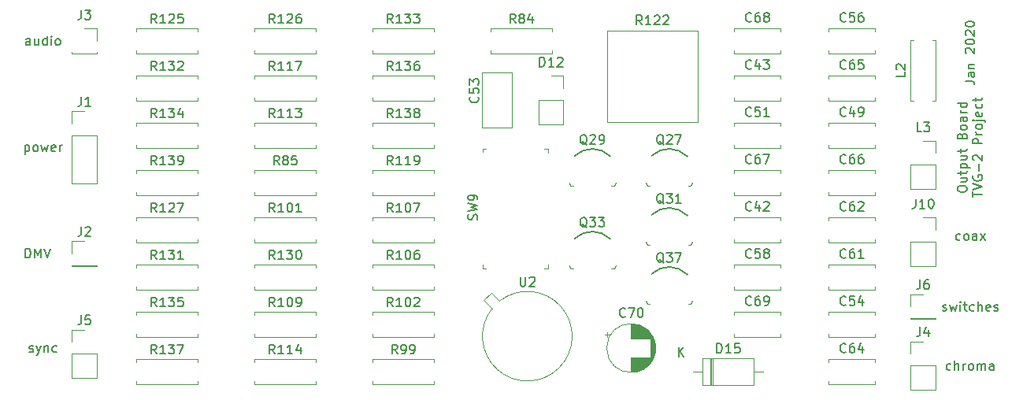
<source format=gbr>
G04 #@! TF.GenerationSoftware,KiCad,Pcbnew,(5.1.5)-3*
G04 #@! TF.CreationDate,2020-01-27T19:36:50-05:00*
G04 #@! TF.ProjectId,output,6f757470-7574-42e6-9b69-6361645f7063,v01*
G04 #@! TF.SameCoordinates,Original*
G04 #@! TF.FileFunction,Legend,Top*
G04 #@! TF.FilePolarity,Positive*
%FSLAX46Y46*%
G04 Gerber Fmt 4.6, Leading zero omitted, Abs format (unit mm)*
G04 Created by KiCad (PCBNEW (5.1.5)-3) date 2020-01-27 19:36:50*
%MOMM*%
%LPD*%
G04 APERTURE LIST*
%ADD10C,0.150000*%
%ADD11C,0.120000*%
%ADD12C,0.100000*%
G04 APERTURE END LIST*
D10*
X133159761Y-155344761D02*
X133064523Y-155392380D01*
X132874047Y-155392380D01*
X132778809Y-155344761D01*
X132731190Y-155297142D01*
X132683571Y-155201904D01*
X132683571Y-154916190D01*
X132731190Y-154820952D01*
X132778809Y-154773333D01*
X132874047Y-154725714D01*
X133064523Y-154725714D01*
X133159761Y-154773333D01*
X133588333Y-155392380D02*
X133588333Y-154392380D01*
X134016904Y-155392380D02*
X134016904Y-154868571D01*
X133969285Y-154773333D01*
X133874047Y-154725714D01*
X133731190Y-154725714D01*
X133635952Y-154773333D01*
X133588333Y-154820952D01*
X134493095Y-155392380D02*
X134493095Y-154725714D01*
X134493095Y-154916190D02*
X134540714Y-154820952D01*
X134588333Y-154773333D01*
X134683571Y-154725714D01*
X134778809Y-154725714D01*
X135255000Y-155392380D02*
X135159761Y-155344761D01*
X135112142Y-155297142D01*
X135064523Y-155201904D01*
X135064523Y-154916190D01*
X135112142Y-154820952D01*
X135159761Y-154773333D01*
X135255000Y-154725714D01*
X135397857Y-154725714D01*
X135493095Y-154773333D01*
X135540714Y-154820952D01*
X135588333Y-154916190D01*
X135588333Y-155201904D01*
X135540714Y-155297142D01*
X135493095Y-155344761D01*
X135397857Y-155392380D01*
X135255000Y-155392380D01*
X136016904Y-155392380D02*
X136016904Y-154725714D01*
X136016904Y-154820952D02*
X136064523Y-154773333D01*
X136159761Y-154725714D01*
X136302619Y-154725714D01*
X136397857Y-154773333D01*
X136445476Y-154868571D01*
X136445476Y-155392380D01*
X136445476Y-154868571D02*
X136493095Y-154773333D01*
X136588333Y-154725714D01*
X136731190Y-154725714D01*
X136826428Y-154773333D01*
X136874047Y-154868571D01*
X136874047Y-155392380D01*
X137778809Y-155392380D02*
X137778809Y-154868571D01*
X137731190Y-154773333D01*
X137635952Y-154725714D01*
X137445476Y-154725714D01*
X137350238Y-154773333D01*
X137778809Y-155344761D02*
X137683571Y-155392380D01*
X137445476Y-155392380D01*
X137350238Y-155344761D01*
X137302619Y-155249523D01*
X137302619Y-155154285D01*
X137350238Y-155059047D01*
X137445476Y-155011428D01*
X137683571Y-155011428D01*
X137778809Y-154963809D01*
X132278809Y-148994761D02*
X132374047Y-149042380D01*
X132564523Y-149042380D01*
X132659761Y-148994761D01*
X132707380Y-148899523D01*
X132707380Y-148851904D01*
X132659761Y-148756666D01*
X132564523Y-148709047D01*
X132421666Y-148709047D01*
X132326428Y-148661428D01*
X132278809Y-148566190D01*
X132278809Y-148518571D01*
X132326428Y-148423333D01*
X132421666Y-148375714D01*
X132564523Y-148375714D01*
X132659761Y-148423333D01*
X133040714Y-148375714D02*
X133231190Y-149042380D01*
X133421666Y-148566190D01*
X133612142Y-149042380D01*
X133802619Y-148375714D01*
X134183571Y-149042380D02*
X134183571Y-148375714D01*
X134183571Y-148042380D02*
X134135952Y-148090000D01*
X134183571Y-148137619D01*
X134231190Y-148090000D01*
X134183571Y-148042380D01*
X134183571Y-148137619D01*
X134516904Y-148375714D02*
X134897857Y-148375714D01*
X134659761Y-148042380D02*
X134659761Y-148899523D01*
X134707380Y-148994761D01*
X134802619Y-149042380D01*
X134897857Y-149042380D01*
X135659761Y-148994761D02*
X135564523Y-149042380D01*
X135374047Y-149042380D01*
X135278809Y-148994761D01*
X135231190Y-148947142D01*
X135183571Y-148851904D01*
X135183571Y-148566190D01*
X135231190Y-148470952D01*
X135278809Y-148423333D01*
X135374047Y-148375714D01*
X135564523Y-148375714D01*
X135659761Y-148423333D01*
X136088333Y-149042380D02*
X136088333Y-148042380D01*
X136516904Y-149042380D02*
X136516904Y-148518571D01*
X136469285Y-148423333D01*
X136374047Y-148375714D01*
X136231190Y-148375714D01*
X136135952Y-148423333D01*
X136088333Y-148470952D01*
X137374047Y-148994761D02*
X137278809Y-149042380D01*
X137088333Y-149042380D01*
X136993095Y-148994761D01*
X136945476Y-148899523D01*
X136945476Y-148518571D01*
X136993095Y-148423333D01*
X137088333Y-148375714D01*
X137278809Y-148375714D01*
X137374047Y-148423333D01*
X137421666Y-148518571D01*
X137421666Y-148613809D01*
X136945476Y-148709047D01*
X137802619Y-148994761D02*
X137897857Y-149042380D01*
X138088333Y-149042380D01*
X138183571Y-148994761D01*
X138231190Y-148899523D01*
X138231190Y-148851904D01*
X138183571Y-148756666D01*
X138088333Y-148709047D01*
X137945476Y-148709047D01*
X137850238Y-148661428D01*
X137802619Y-148566190D01*
X137802619Y-148518571D01*
X137850238Y-148423333D01*
X137945476Y-148375714D01*
X138088333Y-148375714D01*
X138183571Y-148423333D01*
X134183571Y-141374761D02*
X134088333Y-141422380D01*
X133897857Y-141422380D01*
X133802619Y-141374761D01*
X133755000Y-141327142D01*
X133707380Y-141231904D01*
X133707380Y-140946190D01*
X133755000Y-140850952D01*
X133802619Y-140803333D01*
X133897857Y-140755714D01*
X134088333Y-140755714D01*
X134183571Y-140803333D01*
X134755000Y-141422380D02*
X134659761Y-141374761D01*
X134612142Y-141327142D01*
X134564523Y-141231904D01*
X134564523Y-140946190D01*
X134612142Y-140850952D01*
X134659761Y-140803333D01*
X134755000Y-140755714D01*
X134897857Y-140755714D01*
X134993095Y-140803333D01*
X135040714Y-140850952D01*
X135088333Y-140946190D01*
X135088333Y-141231904D01*
X135040714Y-141327142D01*
X134993095Y-141374761D01*
X134897857Y-141422380D01*
X134755000Y-141422380D01*
X135945476Y-141422380D02*
X135945476Y-140898571D01*
X135897857Y-140803333D01*
X135802619Y-140755714D01*
X135612142Y-140755714D01*
X135516904Y-140803333D01*
X135945476Y-141374761D02*
X135850238Y-141422380D01*
X135612142Y-141422380D01*
X135516904Y-141374761D01*
X135469285Y-141279523D01*
X135469285Y-141184285D01*
X135516904Y-141089047D01*
X135612142Y-141041428D01*
X135850238Y-141041428D01*
X135945476Y-140993809D01*
X136326428Y-141422380D02*
X136850238Y-140755714D01*
X136326428Y-140755714D02*
X136850238Y-141422380D01*
X34083809Y-153439761D02*
X34179047Y-153487380D01*
X34369523Y-153487380D01*
X34464761Y-153439761D01*
X34512380Y-153344523D01*
X34512380Y-153296904D01*
X34464761Y-153201666D01*
X34369523Y-153154047D01*
X34226666Y-153154047D01*
X34131428Y-153106428D01*
X34083809Y-153011190D01*
X34083809Y-152963571D01*
X34131428Y-152868333D01*
X34226666Y-152820714D01*
X34369523Y-152820714D01*
X34464761Y-152868333D01*
X34845714Y-152820714D02*
X35083809Y-153487380D01*
X35321904Y-152820714D02*
X35083809Y-153487380D01*
X34988571Y-153725476D01*
X34940952Y-153773095D01*
X34845714Y-153820714D01*
X35702857Y-152820714D02*
X35702857Y-153487380D01*
X35702857Y-152915952D02*
X35750476Y-152868333D01*
X35845714Y-152820714D01*
X35988571Y-152820714D01*
X36083809Y-152868333D01*
X36131428Y-152963571D01*
X36131428Y-153487380D01*
X37036190Y-153439761D02*
X36940952Y-153487380D01*
X36750476Y-153487380D01*
X36655238Y-153439761D01*
X36607619Y-153392142D01*
X36560000Y-153296904D01*
X36560000Y-153011190D01*
X36607619Y-152915952D01*
X36655238Y-152868333D01*
X36750476Y-152820714D01*
X36940952Y-152820714D01*
X37036190Y-152868333D01*
X33663095Y-143327380D02*
X33663095Y-142327380D01*
X33901190Y-142327380D01*
X34044047Y-142375000D01*
X34139285Y-142470238D01*
X34186904Y-142565476D01*
X34234523Y-142755952D01*
X34234523Y-142898809D01*
X34186904Y-143089285D01*
X34139285Y-143184523D01*
X34044047Y-143279761D01*
X33901190Y-143327380D01*
X33663095Y-143327380D01*
X34663095Y-143327380D02*
X34663095Y-142327380D01*
X34996428Y-143041666D01*
X35329761Y-142327380D01*
X35329761Y-143327380D01*
X35663095Y-142327380D02*
X35996428Y-143327380D01*
X36329761Y-142327380D01*
X33631428Y-131230714D02*
X33631428Y-132230714D01*
X33631428Y-131278333D02*
X33726666Y-131230714D01*
X33917142Y-131230714D01*
X34012380Y-131278333D01*
X34060000Y-131325952D01*
X34107619Y-131421190D01*
X34107619Y-131706904D01*
X34060000Y-131802142D01*
X34012380Y-131849761D01*
X33917142Y-131897380D01*
X33726666Y-131897380D01*
X33631428Y-131849761D01*
X34679047Y-131897380D02*
X34583809Y-131849761D01*
X34536190Y-131802142D01*
X34488571Y-131706904D01*
X34488571Y-131421190D01*
X34536190Y-131325952D01*
X34583809Y-131278333D01*
X34679047Y-131230714D01*
X34821904Y-131230714D01*
X34917142Y-131278333D01*
X34964761Y-131325952D01*
X35012380Y-131421190D01*
X35012380Y-131706904D01*
X34964761Y-131802142D01*
X34917142Y-131849761D01*
X34821904Y-131897380D01*
X34679047Y-131897380D01*
X35345714Y-131230714D02*
X35536190Y-131897380D01*
X35726666Y-131421190D01*
X35917142Y-131897380D01*
X36107619Y-131230714D01*
X36869523Y-131849761D02*
X36774285Y-131897380D01*
X36583809Y-131897380D01*
X36488571Y-131849761D01*
X36440952Y-131754523D01*
X36440952Y-131373571D01*
X36488571Y-131278333D01*
X36583809Y-131230714D01*
X36774285Y-131230714D01*
X36869523Y-131278333D01*
X36917142Y-131373571D01*
X36917142Y-131468809D01*
X36440952Y-131564047D01*
X37345714Y-131897380D02*
X37345714Y-131230714D01*
X37345714Y-131421190D02*
X37393333Y-131325952D01*
X37440952Y-131278333D01*
X37536190Y-131230714D01*
X37631428Y-131230714D01*
X34179047Y-120467380D02*
X34179047Y-119943571D01*
X34131428Y-119848333D01*
X34036190Y-119800714D01*
X33845714Y-119800714D01*
X33750476Y-119848333D01*
X34179047Y-120419761D02*
X34083809Y-120467380D01*
X33845714Y-120467380D01*
X33750476Y-120419761D01*
X33702857Y-120324523D01*
X33702857Y-120229285D01*
X33750476Y-120134047D01*
X33845714Y-120086428D01*
X34083809Y-120086428D01*
X34179047Y-120038809D01*
X35083809Y-119800714D02*
X35083809Y-120467380D01*
X34655238Y-119800714D02*
X34655238Y-120324523D01*
X34702857Y-120419761D01*
X34798095Y-120467380D01*
X34940952Y-120467380D01*
X35036190Y-120419761D01*
X35083809Y-120372142D01*
X35988571Y-120467380D02*
X35988571Y-119467380D01*
X35988571Y-120419761D02*
X35893333Y-120467380D01*
X35702857Y-120467380D01*
X35607619Y-120419761D01*
X35560000Y-120372142D01*
X35512380Y-120276904D01*
X35512380Y-119991190D01*
X35560000Y-119895952D01*
X35607619Y-119848333D01*
X35702857Y-119800714D01*
X35893333Y-119800714D01*
X35988571Y-119848333D01*
X36464761Y-120467380D02*
X36464761Y-119800714D01*
X36464761Y-119467380D02*
X36417142Y-119515000D01*
X36464761Y-119562619D01*
X36512380Y-119515000D01*
X36464761Y-119467380D01*
X36464761Y-119562619D01*
X37083809Y-120467380D02*
X36988571Y-120419761D01*
X36940952Y-120372142D01*
X36893333Y-120276904D01*
X36893333Y-119991190D01*
X36940952Y-119895952D01*
X36988571Y-119848333D01*
X37083809Y-119800714D01*
X37226666Y-119800714D01*
X37321904Y-119848333D01*
X37369523Y-119895952D01*
X37417142Y-119991190D01*
X37417142Y-120276904D01*
X37369523Y-120372142D01*
X37321904Y-120419761D01*
X37226666Y-120467380D01*
X37083809Y-120467380D01*
X134707380Y-124332619D02*
X135421666Y-124332619D01*
X135564523Y-124380238D01*
X135659761Y-124475476D01*
X135707380Y-124618333D01*
X135707380Y-124713571D01*
X135707380Y-123427857D02*
X135183571Y-123427857D01*
X135088333Y-123475476D01*
X135040714Y-123570714D01*
X135040714Y-123761190D01*
X135088333Y-123856428D01*
X135659761Y-123427857D02*
X135707380Y-123523095D01*
X135707380Y-123761190D01*
X135659761Y-123856428D01*
X135564523Y-123904047D01*
X135469285Y-123904047D01*
X135374047Y-123856428D01*
X135326428Y-123761190D01*
X135326428Y-123523095D01*
X135278809Y-123427857D01*
X135040714Y-122951666D02*
X135707380Y-122951666D01*
X135135952Y-122951666D02*
X135088333Y-122904047D01*
X135040714Y-122808809D01*
X135040714Y-122665952D01*
X135088333Y-122570714D01*
X135183571Y-122523095D01*
X135707380Y-122523095D01*
X134802619Y-121332619D02*
X134755000Y-121285000D01*
X134707380Y-121189761D01*
X134707380Y-120951666D01*
X134755000Y-120856428D01*
X134802619Y-120808809D01*
X134897857Y-120761190D01*
X134993095Y-120761190D01*
X135135952Y-120808809D01*
X135707380Y-121380238D01*
X135707380Y-120761190D01*
X134707380Y-120142142D02*
X134707380Y-120046904D01*
X134755000Y-119951666D01*
X134802619Y-119904047D01*
X134897857Y-119856428D01*
X135088333Y-119808809D01*
X135326428Y-119808809D01*
X135516904Y-119856428D01*
X135612142Y-119904047D01*
X135659761Y-119951666D01*
X135707380Y-120046904D01*
X135707380Y-120142142D01*
X135659761Y-120237380D01*
X135612142Y-120285000D01*
X135516904Y-120332619D01*
X135326428Y-120380238D01*
X135088333Y-120380238D01*
X134897857Y-120332619D01*
X134802619Y-120285000D01*
X134755000Y-120237380D01*
X134707380Y-120142142D01*
X134802619Y-119427857D02*
X134755000Y-119380238D01*
X134707380Y-119285000D01*
X134707380Y-119046904D01*
X134755000Y-118951666D01*
X134802619Y-118904047D01*
X134897857Y-118856428D01*
X134993095Y-118856428D01*
X135135952Y-118904047D01*
X135707380Y-119475476D01*
X135707380Y-118856428D01*
X134707380Y-118237380D02*
X134707380Y-118142142D01*
X134755000Y-118046904D01*
X134802619Y-117999285D01*
X134897857Y-117951666D01*
X135088333Y-117904047D01*
X135326428Y-117904047D01*
X135516904Y-117951666D01*
X135612142Y-117999285D01*
X135659761Y-118046904D01*
X135707380Y-118142142D01*
X135707380Y-118237380D01*
X135659761Y-118332619D01*
X135612142Y-118380238D01*
X135516904Y-118427857D01*
X135326428Y-118475476D01*
X135088333Y-118475476D01*
X134897857Y-118427857D01*
X134802619Y-118380238D01*
X134755000Y-118332619D01*
X134707380Y-118237380D01*
X133882380Y-136016428D02*
X133882380Y-135825952D01*
X133930000Y-135730714D01*
X134025238Y-135635476D01*
X134215714Y-135587857D01*
X134549047Y-135587857D01*
X134739523Y-135635476D01*
X134834761Y-135730714D01*
X134882380Y-135825952D01*
X134882380Y-136016428D01*
X134834761Y-136111666D01*
X134739523Y-136206904D01*
X134549047Y-136254523D01*
X134215714Y-136254523D01*
X134025238Y-136206904D01*
X133930000Y-136111666D01*
X133882380Y-136016428D01*
X134215714Y-134730714D02*
X134882380Y-134730714D01*
X134215714Y-135159285D02*
X134739523Y-135159285D01*
X134834761Y-135111666D01*
X134882380Y-135016428D01*
X134882380Y-134873571D01*
X134834761Y-134778333D01*
X134787142Y-134730714D01*
X134215714Y-134397380D02*
X134215714Y-134016428D01*
X133882380Y-134254523D02*
X134739523Y-134254523D01*
X134834761Y-134206904D01*
X134882380Y-134111666D01*
X134882380Y-134016428D01*
X134215714Y-133683095D02*
X135215714Y-133683095D01*
X134263333Y-133683095D02*
X134215714Y-133587857D01*
X134215714Y-133397380D01*
X134263333Y-133302142D01*
X134310952Y-133254523D01*
X134406190Y-133206904D01*
X134691904Y-133206904D01*
X134787142Y-133254523D01*
X134834761Y-133302142D01*
X134882380Y-133397380D01*
X134882380Y-133587857D01*
X134834761Y-133683095D01*
X134215714Y-132349761D02*
X134882380Y-132349761D01*
X134215714Y-132778333D02*
X134739523Y-132778333D01*
X134834761Y-132730714D01*
X134882380Y-132635476D01*
X134882380Y-132492619D01*
X134834761Y-132397380D01*
X134787142Y-132349761D01*
X134215714Y-132016428D02*
X134215714Y-131635476D01*
X133882380Y-131873571D02*
X134739523Y-131873571D01*
X134834761Y-131825952D01*
X134882380Y-131730714D01*
X134882380Y-131635476D01*
X134358571Y-130206904D02*
X134406190Y-130064047D01*
X134453809Y-130016428D01*
X134549047Y-129968809D01*
X134691904Y-129968809D01*
X134787142Y-130016428D01*
X134834761Y-130064047D01*
X134882380Y-130159285D01*
X134882380Y-130540238D01*
X133882380Y-130540238D01*
X133882380Y-130206904D01*
X133930000Y-130111666D01*
X133977619Y-130064047D01*
X134072857Y-130016428D01*
X134168095Y-130016428D01*
X134263333Y-130064047D01*
X134310952Y-130111666D01*
X134358571Y-130206904D01*
X134358571Y-130540238D01*
X134882380Y-129397380D02*
X134834761Y-129492619D01*
X134787142Y-129540238D01*
X134691904Y-129587857D01*
X134406190Y-129587857D01*
X134310952Y-129540238D01*
X134263333Y-129492619D01*
X134215714Y-129397380D01*
X134215714Y-129254523D01*
X134263333Y-129159285D01*
X134310952Y-129111666D01*
X134406190Y-129064047D01*
X134691904Y-129064047D01*
X134787142Y-129111666D01*
X134834761Y-129159285D01*
X134882380Y-129254523D01*
X134882380Y-129397380D01*
X134882380Y-128206904D02*
X134358571Y-128206904D01*
X134263333Y-128254523D01*
X134215714Y-128349761D01*
X134215714Y-128540238D01*
X134263333Y-128635476D01*
X134834761Y-128206904D02*
X134882380Y-128302142D01*
X134882380Y-128540238D01*
X134834761Y-128635476D01*
X134739523Y-128683095D01*
X134644285Y-128683095D01*
X134549047Y-128635476D01*
X134501428Y-128540238D01*
X134501428Y-128302142D01*
X134453809Y-128206904D01*
X134882380Y-127730714D02*
X134215714Y-127730714D01*
X134406190Y-127730714D02*
X134310952Y-127683095D01*
X134263333Y-127635476D01*
X134215714Y-127540238D01*
X134215714Y-127445000D01*
X134882380Y-126683095D02*
X133882380Y-126683095D01*
X134834761Y-126683095D02*
X134882380Y-126778333D01*
X134882380Y-126968809D01*
X134834761Y-127064047D01*
X134787142Y-127111666D01*
X134691904Y-127159285D01*
X134406190Y-127159285D01*
X134310952Y-127111666D01*
X134263333Y-127064047D01*
X134215714Y-126968809D01*
X134215714Y-126778333D01*
X134263333Y-126683095D01*
X135532380Y-136778333D02*
X135532380Y-136206904D01*
X136532380Y-136492619D02*
X135532380Y-136492619D01*
X135532380Y-136016428D02*
X136532380Y-135683095D01*
X135532380Y-135349761D01*
X135580000Y-134492619D02*
X135532380Y-134587857D01*
X135532380Y-134730714D01*
X135580000Y-134873571D01*
X135675238Y-134968809D01*
X135770476Y-135016428D01*
X135960952Y-135064047D01*
X136103809Y-135064047D01*
X136294285Y-135016428D01*
X136389523Y-134968809D01*
X136484761Y-134873571D01*
X136532380Y-134730714D01*
X136532380Y-134635476D01*
X136484761Y-134492619D01*
X136437142Y-134445000D01*
X136103809Y-134445000D01*
X136103809Y-134635476D01*
X136151428Y-134016428D02*
X136151428Y-133254523D01*
X135627619Y-132825952D02*
X135580000Y-132778333D01*
X135532380Y-132683095D01*
X135532380Y-132445000D01*
X135580000Y-132349761D01*
X135627619Y-132302142D01*
X135722857Y-132254523D01*
X135818095Y-132254523D01*
X135960952Y-132302142D01*
X136532380Y-132873571D01*
X136532380Y-132254523D01*
X136532380Y-131064047D02*
X135532380Y-131064047D01*
X135532380Y-130683095D01*
X135580000Y-130587857D01*
X135627619Y-130540238D01*
X135722857Y-130492619D01*
X135865714Y-130492619D01*
X135960952Y-130540238D01*
X136008571Y-130587857D01*
X136056190Y-130683095D01*
X136056190Y-131064047D01*
X136532380Y-130064047D02*
X135865714Y-130064047D01*
X136056190Y-130064047D02*
X135960952Y-130016428D01*
X135913333Y-129968809D01*
X135865714Y-129873571D01*
X135865714Y-129778333D01*
X136532380Y-129302142D02*
X136484761Y-129397380D01*
X136437142Y-129445000D01*
X136341904Y-129492619D01*
X136056190Y-129492619D01*
X135960952Y-129445000D01*
X135913333Y-129397380D01*
X135865714Y-129302142D01*
X135865714Y-129159285D01*
X135913333Y-129064047D01*
X135960952Y-129016428D01*
X136056190Y-128968809D01*
X136341904Y-128968809D01*
X136437142Y-129016428D01*
X136484761Y-129064047D01*
X136532380Y-129159285D01*
X136532380Y-129302142D01*
X135865714Y-128540238D02*
X136722857Y-128540238D01*
X136818095Y-128587857D01*
X136865714Y-128683095D01*
X136865714Y-128730714D01*
X135532380Y-128540238D02*
X135580000Y-128587857D01*
X135627619Y-128540238D01*
X135580000Y-128492619D01*
X135532380Y-128540238D01*
X135627619Y-128540238D01*
X136484761Y-127683095D02*
X136532380Y-127778333D01*
X136532380Y-127968809D01*
X136484761Y-128064047D01*
X136389523Y-128111666D01*
X136008571Y-128111666D01*
X135913333Y-128064047D01*
X135865714Y-127968809D01*
X135865714Y-127778333D01*
X135913333Y-127683095D01*
X136008571Y-127635476D01*
X136103809Y-127635476D01*
X136199047Y-128111666D01*
X136484761Y-126778333D02*
X136532380Y-126873571D01*
X136532380Y-127064047D01*
X136484761Y-127159285D01*
X136437142Y-127206904D01*
X136341904Y-127254523D01*
X136056190Y-127254523D01*
X135960952Y-127206904D01*
X135913333Y-127159285D01*
X135865714Y-127064047D01*
X135865714Y-126873571D01*
X135913333Y-126778333D01*
X135865714Y-126492619D02*
X135865714Y-126111666D01*
X135532380Y-126349761D02*
X136389523Y-126349761D01*
X136484761Y-126302142D01*
X136532380Y-126206904D01*
X136532380Y-126111666D01*
D11*
X114825000Y-141390000D02*
X114825000Y-141705000D01*
X114825000Y-138965000D02*
X114825000Y-139280000D01*
X109885000Y-141390000D02*
X109885000Y-141705000D01*
X109885000Y-138965000D02*
X109885000Y-139280000D01*
X109885000Y-141705000D02*
X114825000Y-141705000D01*
X109885000Y-138965000D02*
X114825000Y-138965000D01*
X109885000Y-123725000D02*
X114825000Y-123725000D01*
X109885000Y-126465000D02*
X114825000Y-126465000D01*
X109885000Y-123725000D02*
X109885000Y-124040000D01*
X109885000Y-126150000D02*
X109885000Y-126465000D01*
X114825000Y-123725000D02*
X114825000Y-124040000D01*
X114825000Y-126150000D02*
X114825000Y-126465000D01*
X124985000Y-131230000D02*
X124985000Y-131545000D01*
X124985000Y-128805000D02*
X124985000Y-129120000D01*
X120045000Y-131230000D02*
X120045000Y-131545000D01*
X120045000Y-128805000D02*
X120045000Y-129120000D01*
X120045000Y-131545000D02*
X124985000Y-131545000D01*
X120045000Y-128805000D02*
X124985000Y-128805000D01*
X109885000Y-128805000D02*
X114825000Y-128805000D01*
X109885000Y-131545000D02*
X114825000Y-131545000D01*
X109885000Y-128805000D02*
X109885000Y-129120000D01*
X109885000Y-131230000D02*
X109885000Y-131545000D01*
X114825000Y-128805000D02*
X114825000Y-129120000D01*
X114825000Y-131230000D02*
X114825000Y-131545000D01*
X82755000Y-123365000D02*
X85955000Y-123365000D01*
X82755000Y-123365000D02*
X82755000Y-129365000D01*
X82755000Y-129365000D02*
X85955000Y-129365000D01*
X85955000Y-129365000D02*
X85955000Y-123365000D01*
X124985000Y-151550000D02*
X124985000Y-151865000D01*
X124985000Y-149125000D02*
X124985000Y-149440000D01*
X120045000Y-151550000D02*
X120045000Y-151865000D01*
X120045000Y-149125000D02*
X120045000Y-149440000D01*
X120045000Y-151865000D02*
X124985000Y-151865000D01*
X120045000Y-149125000D02*
X124985000Y-149125000D01*
X120045000Y-118645000D02*
X124985000Y-118645000D01*
X120045000Y-121385000D02*
X124985000Y-121385000D01*
X120045000Y-118645000D02*
X120045000Y-118960000D01*
X120045000Y-121070000D02*
X120045000Y-121385000D01*
X124985000Y-118645000D02*
X124985000Y-118960000D01*
X124985000Y-121070000D02*
X124985000Y-121385000D01*
X109885000Y-144045000D02*
X114825000Y-144045000D01*
X109885000Y-146785000D02*
X114825000Y-146785000D01*
X109885000Y-144045000D02*
X109885000Y-144360000D01*
X109885000Y-146470000D02*
X109885000Y-146785000D01*
X114825000Y-144045000D02*
X114825000Y-144360000D01*
X114825000Y-146470000D02*
X114825000Y-146785000D01*
X124985000Y-146470000D02*
X124985000Y-146785000D01*
X124985000Y-144045000D02*
X124985000Y-144360000D01*
X120045000Y-146470000D02*
X120045000Y-146785000D01*
X120045000Y-144045000D02*
X120045000Y-144360000D01*
X120045000Y-146785000D02*
X124985000Y-146785000D01*
X120045000Y-144045000D02*
X124985000Y-144045000D01*
X120045000Y-138965000D02*
X124985000Y-138965000D01*
X120045000Y-141705000D02*
X124985000Y-141705000D01*
X120045000Y-138965000D02*
X120045000Y-139280000D01*
X120045000Y-141390000D02*
X120045000Y-141705000D01*
X124985000Y-138965000D02*
X124985000Y-139280000D01*
X124985000Y-141390000D02*
X124985000Y-141705000D01*
X120045000Y-154205000D02*
X124985000Y-154205000D01*
X120045000Y-156945000D02*
X124985000Y-156945000D01*
X120045000Y-154205000D02*
X120045000Y-154520000D01*
X120045000Y-156630000D02*
X120045000Y-156945000D01*
X124985000Y-154205000D02*
X124985000Y-154520000D01*
X124985000Y-156630000D02*
X124985000Y-156945000D01*
X124985000Y-126150000D02*
X124985000Y-126465000D01*
X124985000Y-123725000D02*
X124985000Y-124040000D01*
X120045000Y-126150000D02*
X120045000Y-126465000D01*
X120045000Y-123725000D02*
X120045000Y-124040000D01*
X120045000Y-126465000D02*
X124985000Y-126465000D01*
X120045000Y-123725000D02*
X124985000Y-123725000D01*
X120045000Y-133885000D02*
X124985000Y-133885000D01*
X120045000Y-136625000D02*
X124985000Y-136625000D01*
X120045000Y-133885000D02*
X120045000Y-134200000D01*
X120045000Y-136310000D02*
X120045000Y-136625000D01*
X124985000Y-133885000D02*
X124985000Y-134200000D01*
X124985000Y-136310000D02*
X124985000Y-136625000D01*
X114825000Y-136310000D02*
X114825000Y-136625000D01*
X114825000Y-133885000D02*
X114825000Y-134200000D01*
X109885000Y-136310000D02*
X109885000Y-136625000D01*
X109885000Y-133885000D02*
X109885000Y-134200000D01*
X109885000Y-136625000D02*
X114825000Y-136625000D01*
X109885000Y-133885000D02*
X114825000Y-133885000D01*
X109885000Y-118645000D02*
X114825000Y-118645000D01*
X109885000Y-121385000D02*
X114825000Y-121385000D01*
X109885000Y-118645000D02*
X109885000Y-118960000D01*
X109885000Y-121070000D02*
X109885000Y-121385000D01*
X114825000Y-118645000D02*
X114825000Y-118960000D01*
X114825000Y-121070000D02*
X114825000Y-121385000D01*
X114825000Y-151550000D02*
X114825000Y-151865000D01*
X114825000Y-149125000D02*
X114825000Y-149440000D01*
X109885000Y-151550000D02*
X109885000Y-151865000D01*
X109885000Y-149125000D02*
X109885000Y-149440000D01*
X109885000Y-151865000D02*
X114825000Y-151865000D01*
X109885000Y-149125000D02*
X114825000Y-149125000D01*
X101410000Y-153035000D02*
G75*
G03X101410000Y-153035000I-2620000J0D01*
G01*
X98790000Y-154075000D02*
X98790000Y-155615000D01*
X98790000Y-150455000D02*
X98790000Y-151995000D01*
X98830000Y-154075000D02*
X98830000Y-155615000D01*
X98830000Y-150455000D02*
X98830000Y-151995000D01*
X98870000Y-150456000D02*
X98870000Y-151995000D01*
X98870000Y-154075000D02*
X98870000Y-155614000D01*
X98910000Y-150457000D02*
X98910000Y-151995000D01*
X98910000Y-154075000D02*
X98910000Y-155613000D01*
X98950000Y-150459000D02*
X98950000Y-151995000D01*
X98950000Y-154075000D02*
X98950000Y-155611000D01*
X98990000Y-150462000D02*
X98990000Y-151995000D01*
X98990000Y-154075000D02*
X98990000Y-155608000D01*
X99030000Y-150466000D02*
X99030000Y-151995000D01*
X99030000Y-154075000D02*
X99030000Y-155604000D01*
X99070000Y-150470000D02*
X99070000Y-151995000D01*
X99070000Y-154075000D02*
X99070000Y-155600000D01*
X99110000Y-150474000D02*
X99110000Y-151995000D01*
X99110000Y-154075000D02*
X99110000Y-155596000D01*
X99150000Y-150479000D02*
X99150000Y-151995000D01*
X99150000Y-154075000D02*
X99150000Y-155591000D01*
X99190000Y-150485000D02*
X99190000Y-151995000D01*
X99190000Y-154075000D02*
X99190000Y-155585000D01*
X99230000Y-150492000D02*
X99230000Y-151995000D01*
X99230000Y-154075000D02*
X99230000Y-155578000D01*
X99270000Y-150499000D02*
X99270000Y-151995000D01*
X99270000Y-154075000D02*
X99270000Y-155571000D01*
X99310000Y-150507000D02*
X99310000Y-151995000D01*
X99310000Y-154075000D02*
X99310000Y-155563000D01*
X99350000Y-150515000D02*
X99350000Y-151995000D01*
X99350000Y-154075000D02*
X99350000Y-155555000D01*
X99390000Y-150524000D02*
X99390000Y-151995000D01*
X99390000Y-154075000D02*
X99390000Y-155546000D01*
X99430000Y-150534000D02*
X99430000Y-151995000D01*
X99430000Y-154075000D02*
X99430000Y-155536000D01*
X99470000Y-150544000D02*
X99470000Y-151995000D01*
X99470000Y-154075000D02*
X99470000Y-155526000D01*
X99511000Y-150555000D02*
X99511000Y-151995000D01*
X99511000Y-154075000D02*
X99511000Y-155515000D01*
X99551000Y-150567000D02*
X99551000Y-151995000D01*
X99551000Y-154075000D02*
X99551000Y-155503000D01*
X99591000Y-150580000D02*
X99591000Y-151995000D01*
X99591000Y-154075000D02*
X99591000Y-155490000D01*
X99631000Y-150593000D02*
X99631000Y-151995000D01*
X99631000Y-154075000D02*
X99631000Y-155477000D01*
X99671000Y-150607000D02*
X99671000Y-151995000D01*
X99671000Y-154075000D02*
X99671000Y-155463000D01*
X99711000Y-150621000D02*
X99711000Y-151995000D01*
X99711000Y-154075000D02*
X99711000Y-155449000D01*
X99751000Y-150637000D02*
X99751000Y-151995000D01*
X99751000Y-154075000D02*
X99751000Y-155433000D01*
X99791000Y-150653000D02*
X99791000Y-151995000D01*
X99791000Y-154075000D02*
X99791000Y-155417000D01*
X99831000Y-150670000D02*
X99831000Y-151995000D01*
X99831000Y-154075000D02*
X99831000Y-155400000D01*
X99871000Y-150687000D02*
X99871000Y-151995000D01*
X99871000Y-154075000D02*
X99871000Y-155383000D01*
X99911000Y-150706000D02*
X99911000Y-151995000D01*
X99911000Y-154075000D02*
X99911000Y-155364000D01*
X99951000Y-150725000D02*
X99951000Y-151995000D01*
X99951000Y-154075000D02*
X99951000Y-155345000D01*
X99991000Y-150745000D02*
X99991000Y-151995000D01*
X99991000Y-154075000D02*
X99991000Y-155325000D01*
X100031000Y-150767000D02*
X100031000Y-151995000D01*
X100031000Y-154075000D02*
X100031000Y-155303000D01*
X100071000Y-150788000D02*
X100071000Y-151995000D01*
X100071000Y-154075000D02*
X100071000Y-155282000D01*
X100111000Y-150811000D02*
X100111000Y-151995000D01*
X100111000Y-154075000D02*
X100111000Y-155259000D01*
X100151000Y-150835000D02*
X100151000Y-151995000D01*
X100151000Y-154075000D02*
X100151000Y-155235000D01*
X100191000Y-150860000D02*
X100191000Y-151995000D01*
X100191000Y-154075000D02*
X100191000Y-155210000D01*
X100231000Y-150886000D02*
X100231000Y-151995000D01*
X100231000Y-154075000D02*
X100231000Y-155184000D01*
X100271000Y-150913000D02*
X100271000Y-151995000D01*
X100271000Y-154075000D02*
X100271000Y-155157000D01*
X100311000Y-150940000D02*
X100311000Y-151995000D01*
X100311000Y-154075000D02*
X100311000Y-155130000D01*
X100351000Y-150970000D02*
X100351000Y-151995000D01*
X100351000Y-154075000D02*
X100351000Y-155100000D01*
X100391000Y-151000000D02*
X100391000Y-151995000D01*
X100391000Y-154075000D02*
X100391000Y-155070000D01*
X100431000Y-151031000D02*
X100431000Y-151995000D01*
X100431000Y-154075000D02*
X100431000Y-155039000D01*
X100471000Y-151064000D02*
X100471000Y-151995000D01*
X100471000Y-154075000D02*
X100471000Y-155006000D01*
X100511000Y-151098000D02*
X100511000Y-151995000D01*
X100511000Y-154075000D02*
X100511000Y-154972000D01*
X100551000Y-151134000D02*
X100551000Y-151995000D01*
X100551000Y-154075000D02*
X100551000Y-154936000D01*
X100591000Y-151171000D02*
X100591000Y-151995000D01*
X100591000Y-154075000D02*
X100591000Y-154899000D01*
X100631000Y-151209000D02*
X100631000Y-151995000D01*
X100631000Y-154075000D02*
X100631000Y-154861000D01*
X100671000Y-151250000D02*
X100671000Y-151995000D01*
X100671000Y-154075000D02*
X100671000Y-154820000D01*
X100711000Y-151292000D02*
X100711000Y-151995000D01*
X100711000Y-154075000D02*
X100711000Y-154778000D01*
X100751000Y-151336000D02*
X100751000Y-151995000D01*
X100751000Y-154075000D02*
X100751000Y-154734000D01*
X100791000Y-151382000D02*
X100791000Y-151995000D01*
X100791000Y-154075000D02*
X100791000Y-154688000D01*
X100831000Y-151430000D02*
X100831000Y-154640000D01*
X100871000Y-151481000D02*
X100871000Y-154589000D01*
X100911000Y-151535000D02*
X100911000Y-154535000D01*
X100951000Y-151592000D02*
X100951000Y-154478000D01*
X100991000Y-151652000D02*
X100991000Y-154418000D01*
X101031000Y-151716000D02*
X101031000Y-154354000D01*
X101071000Y-151784000D02*
X101071000Y-154286000D01*
X101111000Y-151857000D02*
X101111000Y-154213000D01*
X101151000Y-151937000D02*
X101151000Y-154133000D01*
X101191000Y-152024000D02*
X101191000Y-154046000D01*
X101231000Y-152120000D02*
X101231000Y-153950000D01*
X101271000Y-152230000D02*
X101271000Y-153840000D01*
X101311000Y-152358000D02*
X101311000Y-153712000D01*
X101351000Y-152517000D02*
X101351000Y-153553000D01*
X101391000Y-152751000D02*
X101391000Y-153319000D01*
X95985225Y-151560000D02*
X96485225Y-151560000D01*
X96235225Y-151310000D02*
X96235225Y-151810000D01*
X88840000Y-126365000D02*
X91500000Y-126365000D01*
X88840000Y-126365000D02*
X88840000Y-128965000D01*
X88840000Y-128965000D02*
X91500000Y-128965000D01*
X91500000Y-126365000D02*
X91500000Y-128965000D01*
X91500000Y-123765000D02*
X91500000Y-125095000D01*
X90170000Y-123765000D02*
X91500000Y-123765000D01*
X106500000Y-154105000D02*
X106500000Y-157045000D01*
X106500000Y-157045000D02*
X111940000Y-157045000D01*
X111940000Y-157045000D02*
X111940000Y-154105000D01*
X111940000Y-154105000D02*
X106500000Y-154105000D01*
X105480000Y-155575000D02*
X106500000Y-155575000D01*
X112960000Y-155575000D02*
X111940000Y-155575000D01*
X107400000Y-154105000D02*
X107400000Y-157045000D01*
X107520000Y-154105000D02*
X107520000Y-157045000D01*
X107280000Y-154105000D02*
X107280000Y-157045000D01*
X38675000Y-135315000D02*
X41335000Y-135315000D01*
X38675000Y-130175000D02*
X38675000Y-135315000D01*
X41335000Y-130175000D02*
X41335000Y-135315000D01*
X38675000Y-130175000D02*
X41335000Y-130175000D01*
X38675000Y-128905000D02*
X38675000Y-127575000D01*
X38675000Y-127575000D02*
X40005000Y-127575000D01*
X38675000Y-144205000D02*
X41335000Y-144205000D01*
X38675000Y-144145000D02*
X38675000Y-144205000D01*
X41335000Y-144145000D02*
X41335000Y-144205000D01*
X38675000Y-144145000D02*
X41335000Y-144145000D01*
X38675000Y-142875000D02*
X38675000Y-141545000D01*
X38675000Y-141545000D02*
X40005000Y-141545000D01*
X38675000Y-121345000D02*
X41335000Y-121345000D01*
X38675000Y-121225000D02*
X38675000Y-121345000D01*
X41335000Y-121225000D02*
X41335000Y-121345000D01*
X41335000Y-118685000D02*
X41335000Y-120015000D01*
X40005000Y-118685000D02*
X41335000Y-118685000D01*
X128845000Y-152340000D02*
X130175000Y-152340000D01*
X128845000Y-153670000D02*
X128845000Y-152340000D01*
X128845000Y-154940000D02*
X131505000Y-154940000D01*
X131505000Y-154940000D02*
X131505000Y-157540000D01*
X128845000Y-154940000D02*
X128845000Y-157540000D01*
X128845000Y-157540000D02*
X131505000Y-157540000D01*
X38675000Y-156270000D02*
X41335000Y-156270000D01*
X38675000Y-153670000D02*
X38675000Y-156270000D01*
X41335000Y-153670000D02*
X41335000Y-156270000D01*
X38675000Y-153670000D02*
X41335000Y-153670000D01*
X38675000Y-152400000D02*
X38675000Y-151070000D01*
X38675000Y-151070000D02*
X40005000Y-151070000D01*
X128845000Y-147260000D02*
X130175000Y-147260000D01*
X128845000Y-148590000D02*
X128845000Y-147260000D01*
X128845000Y-149860000D02*
X131505000Y-149860000D01*
X131505000Y-149860000D02*
X131505000Y-149920000D01*
X128845000Y-149860000D02*
X128845000Y-149920000D01*
X128845000Y-149920000D02*
X131505000Y-149920000D01*
X130175000Y-139005000D02*
X131505000Y-139005000D01*
X131505000Y-139005000D02*
X131505000Y-140335000D01*
X131505000Y-141605000D02*
X131505000Y-144205000D01*
X128845000Y-144205000D02*
X131505000Y-144205000D01*
X128845000Y-141605000D02*
X128845000Y-144205000D01*
X128845000Y-141605000D02*
X131505000Y-141605000D01*
X131545000Y-119920000D02*
X131215000Y-119920000D01*
X131545000Y-126460000D02*
X131545000Y-119920000D01*
X131215000Y-126460000D02*
X131545000Y-126460000D01*
X128805000Y-119920000D02*
X129135000Y-119920000D01*
X128805000Y-126460000D02*
X128805000Y-119920000D01*
X129135000Y-126460000D02*
X128805000Y-126460000D01*
X128845000Y-133350000D02*
X131505000Y-133350000D01*
X128845000Y-133350000D02*
X128845000Y-135950000D01*
X128845000Y-135950000D02*
X131505000Y-135950000D01*
X131505000Y-133350000D02*
X131505000Y-135950000D01*
X131505000Y-130750000D02*
X131505000Y-132080000D01*
X130175000Y-130750000D02*
X131505000Y-130750000D01*
D12*
X100520000Y-135585000D02*
X100370000Y-135285000D01*
X100820000Y-135585000D02*
X100520000Y-135585000D01*
X105220000Y-135585000D02*
X104920000Y-135585000D01*
X105220000Y-135585000D02*
X105370000Y-135285000D01*
D10*
X104820000Y-132435000D02*
G75*
G03X100970000Y-132385000I-1950000J-1900000D01*
G01*
D12*
X92265000Y-135585000D02*
X92115000Y-135285000D01*
X92565000Y-135585000D02*
X92265000Y-135585000D01*
X96965000Y-135585000D02*
X96665000Y-135585000D01*
X96965000Y-135585000D02*
X97115000Y-135285000D01*
D10*
X96565000Y-132435000D02*
G75*
G03X92715000Y-132385000I-1950000J-1900000D01*
G01*
X104820000Y-138785000D02*
G75*
G03X100970000Y-138735000I-1950000J-1900000D01*
G01*
D12*
X105220000Y-141935000D02*
X105370000Y-141635000D01*
X105220000Y-141935000D02*
X104920000Y-141935000D01*
X100820000Y-141935000D02*
X100520000Y-141935000D01*
X100520000Y-141935000D02*
X100370000Y-141635000D01*
D10*
X96565000Y-141325000D02*
G75*
G03X92715000Y-141275000I-1950000J-1900000D01*
G01*
D12*
X96965000Y-144475000D02*
X97115000Y-144175000D01*
X96965000Y-144475000D02*
X96665000Y-144475000D01*
X92565000Y-144475000D02*
X92265000Y-144475000D01*
X92265000Y-144475000D02*
X92115000Y-144175000D01*
D10*
X104820000Y-145135000D02*
G75*
G03X100970000Y-145085000I-1950000J-1900000D01*
G01*
D12*
X105220000Y-148285000D02*
X105370000Y-147985000D01*
X105220000Y-148285000D02*
X104920000Y-148285000D01*
X100820000Y-148285000D02*
X100520000Y-148285000D01*
X100520000Y-148285000D02*
X100370000Y-147985000D01*
D11*
X83725000Y-118975000D02*
X83725000Y-118645000D01*
X83725000Y-118645000D02*
X90265000Y-118645000D01*
X90265000Y-118645000D02*
X90265000Y-118975000D01*
X83725000Y-121055000D02*
X83725000Y-121385000D01*
X83725000Y-121385000D02*
X90265000Y-121385000D01*
X90265000Y-121385000D02*
X90265000Y-121055000D01*
X64865000Y-136625000D02*
X64865000Y-136295000D01*
X58325000Y-136625000D02*
X64865000Y-136625000D01*
X58325000Y-136295000D02*
X58325000Y-136625000D01*
X64865000Y-133885000D02*
X64865000Y-134215000D01*
X58325000Y-133885000D02*
X64865000Y-133885000D01*
X58325000Y-134215000D02*
X58325000Y-133885000D01*
X71025000Y-154535000D02*
X71025000Y-154205000D01*
X71025000Y-154205000D02*
X77565000Y-154205000D01*
X77565000Y-154205000D02*
X77565000Y-154535000D01*
X71025000Y-156615000D02*
X71025000Y-156945000D01*
X71025000Y-156945000D02*
X77565000Y-156945000D01*
X77565000Y-156945000D02*
X77565000Y-156615000D01*
X64865000Y-141705000D02*
X64865000Y-141375000D01*
X58325000Y-141705000D02*
X64865000Y-141705000D01*
X58325000Y-141375000D02*
X58325000Y-141705000D01*
X64865000Y-138965000D02*
X64865000Y-139295000D01*
X58325000Y-138965000D02*
X64865000Y-138965000D01*
X58325000Y-139295000D02*
X58325000Y-138965000D01*
X77565000Y-151865000D02*
X77565000Y-151535000D01*
X71025000Y-151865000D02*
X77565000Y-151865000D01*
X71025000Y-151535000D02*
X71025000Y-151865000D01*
X77565000Y-149125000D02*
X77565000Y-149455000D01*
X71025000Y-149125000D02*
X77565000Y-149125000D01*
X71025000Y-149455000D02*
X71025000Y-149125000D01*
X71025000Y-144375000D02*
X71025000Y-144045000D01*
X71025000Y-144045000D02*
X77565000Y-144045000D01*
X77565000Y-144045000D02*
X77565000Y-144375000D01*
X71025000Y-146455000D02*
X71025000Y-146785000D01*
X71025000Y-146785000D02*
X77565000Y-146785000D01*
X77565000Y-146785000D02*
X77565000Y-146455000D01*
X71025000Y-139295000D02*
X71025000Y-138965000D01*
X71025000Y-138965000D02*
X77565000Y-138965000D01*
X77565000Y-138965000D02*
X77565000Y-139295000D01*
X71025000Y-141375000D02*
X71025000Y-141705000D01*
X71025000Y-141705000D02*
X77565000Y-141705000D01*
X77565000Y-141705000D02*
X77565000Y-141375000D01*
X64865000Y-151865000D02*
X64865000Y-151535000D01*
X58325000Y-151865000D02*
X64865000Y-151865000D01*
X58325000Y-151535000D02*
X58325000Y-151865000D01*
X64865000Y-149125000D02*
X64865000Y-149455000D01*
X58325000Y-149125000D02*
X64865000Y-149125000D01*
X58325000Y-149455000D02*
X58325000Y-149125000D01*
X64865000Y-131545000D02*
X64865000Y-131215000D01*
X58325000Y-131545000D02*
X64865000Y-131545000D01*
X58325000Y-131215000D02*
X58325000Y-131545000D01*
X64865000Y-128805000D02*
X64865000Y-129135000D01*
X58325000Y-128805000D02*
X64865000Y-128805000D01*
X58325000Y-129135000D02*
X58325000Y-128805000D01*
X58325000Y-154535000D02*
X58325000Y-154205000D01*
X58325000Y-154205000D02*
X64865000Y-154205000D01*
X64865000Y-154205000D02*
X64865000Y-154535000D01*
X58325000Y-156615000D02*
X58325000Y-156945000D01*
X58325000Y-156945000D02*
X64865000Y-156945000D01*
X64865000Y-156945000D02*
X64865000Y-156615000D01*
X64865000Y-126465000D02*
X64865000Y-126135000D01*
X58325000Y-126465000D02*
X64865000Y-126465000D01*
X58325000Y-126135000D02*
X58325000Y-126465000D01*
X64865000Y-123725000D02*
X64865000Y-124055000D01*
X58325000Y-123725000D02*
X64865000Y-123725000D01*
X58325000Y-124055000D02*
X58325000Y-123725000D01*
X77565000Y-136625000D02*
X77565000Y-136295000D01*
X71025000Y-136625000D02*
X77565000Y-136625000D01*
X71025000Y-136295000D02*
X71025000Y-136625000D01*
X77565000Y-133885000D02*
X77565000Y-134215000D01*
X71025000Y-133885000D02*
X77565000Y-133885000D01*
X71025000Y-134215000D02*
X71025000Y-133885000D01*
X96195000Y-118940000D02*
X105965000Y-118940000D01*
X96195000Y-128710000D02*
X105965000Y-128710000D01*
X96195000Y-118940000D02*
X96195000Y-128710000D01*
X105965000Y-118940000D02*
X105965000Y-128710000D01*
X45625000Y-118975000D02*
X45625000Y-118645000D01*
X45625000Y-118645000D02*
X52165000Y-118645000D01*
X52165000Y-118645000D02*
X52165000Y-118975000D01*
X45625000Y-121055000D02*
X45625000Y-121385000D01*
X45625000Y-121385000D02*
X52165000Y-121385000D01*
X52165000Y-121385000D02*
X52165000Y-121055000D01*
X58325000Y-118975000D02*
X58325000Y-118645000D01*
X58325000Y-118645000D02*
X64865000Y-118645000D01*
X64865000Y-118645000D02*
X64865000Y-118975000D01*
X58325000Y-121055000D02*
X58325000Y-121385000D01*
X58325000Y-121385000D02*
X64865000Y-121385000D01*
X64865000Y-121385000D02*
X64865000Y-121055000D01*
X45625000Y-139295000D02*
X45625000Y-138965000D01*
X45625000Y-138965000D02*
X52165000Y-138965000D01*
X52165000Y-138965000D02*
X52165000Y-139295000D01*
X45625000Y-141375000D02*
X45625000Y-141705000D01*
X45625000Y-141705000D02*
X52165000Y-141705000D01*
X52165000Y-141705000D02*
X52165000Y-141375000D01*
X64865000Y-146785000D02*
X64865000Y-146455000D01*
X58325000Y-146785000D02*
X64865000Y-146785000D01*
X58325000Y-146455000D02*
X58325000Y-146785000D01*
X64865000Y-144045000D02*
X64865000Y-144375000D01*
X58325000Y-144045000D02*
X64865000Y-144045000D01*
X58325000Y-144375000D02*
X58325000Y-144045000D01*
X45625000Y-144375000D02*
X45625000Y-144045000D01*
X45625000Y-144045000D02*
X52165000Y-144045000D01*
X52165000Y-144045000D02*
X52165000Y-144375000D01*
X45625000Y-146455000D02*
X45625000Y-146785000D01*
X45625000Y-146785000D02*
X52165000Y-146785000D01*
X52165000Y-146785000D02*
X52165000Y-146455000D01*
X52165000Y-126465000D02*
X52165000Y-126135000D01*
X45625000Y-126465000D02*
X52165000Y-126465000D01*
X45625000Y-126135000D02*
X45625000Y-126465000D01*
X52165000Y-123725000D02*
X52165000Y-124055000D01*
X45625000Y-123725000D02*
X52165000Y-123725000D01*
X45625000Y-124055000D02*
X45625000Y-123725000D01*
X77565000Y-121385000D02*
X77565000Y-121055000D01*
X71025000Y-121385000D02*
X77565000Y-121385000D01*
X71025000Y-121055000D02*
X71025000Y-121385000D01*
X77565000Y-118645000D02*
X77565000Y-118975000D01*
X71025000Y-118645000D02*
X77565000Y-118645000D01*
X71025000Y-118975000D02*
X71025000Y-118645000D01*
X52165000Y-131545000D02*
X52165000Y-131215000D01*
X45625000Y-131545000D02*
X52165000Y-131545000D01*
X45625000Y-131215000D02*
X45625000Y-131545000D01*
X52165000Y-128805000D02*
X52165000Y-129135000D01*
X45625000Y-128805000D02*
X52165000Y-128805000D01*
X45625000Y-129135000D02*
X45625000Y-128805000D01*
X45625000Y-149455000D02*
X45625000Y-149125000D01*
X45625000Y-149125000D02*
X52165000Y-149125000D01*
X52165000Y-149125000D02*
X52165000Y-149455000D01*
X45625000Y-151535000D02*
X45625000Y-151865000D01*
X45625000Y-151865000D02*
X52165000Y-151865000D01*
X52165000Y-151865000D02*
X52165000Y-151535000D01*
X71025000Y-124055000D02*
X71025000Y-123725000D01*
X71025000Y-123725000D02*
X77565000Y-123725000D01*
X77565000Y-123725000D02*
X77565000Y-124055000D01*
X71025000Y-126135000D02*
X71025000Y-126465000D01*
X71025000Y-126465000D02*
X77565000Y-126465000D01*
X77565000Y-126465000D02*
X77565000Y-126135000D01*
X52165000Y-156945000D02*
X52165000Y-156615000D01*
X45625000Y-156945000D02*
X52165000Y-156945000D01*
X45625000Y-156615000D02*
X45625000Y-156945000D01*
X52165000Y-154205000D02*
X52165000Y-154535000D01*
X45625000Y-154205000D02*
X52165000Y-154205000D01*
X45625000Y-154535000D02*
X45625000Y-154205000D01*
X71025000Y-129135000D02*
X71025000Y-128805000D01*
X71025000Y-128805000D02*
X77565000Y-128805000D01*
X77565000Y-128805000D02*
X77565000Y-129135000D01*
X71025000Y-131215000D02*
X71025000Y-131545000D01*
X71025000Y-131545000D02*
X77565000Y-131545000D01*
X77565000Y-131545000D02*
X77565000Y-131215000D01*
X45625000Y-134215000D02*
X45625000Y-133885000D01*
X45625000Y-133885000D02*
X52165000Y-133885000D01*
X52165000Y-133885000D02*
X52165000Y-134215000D01*
X45625000Y-136295000D02*
X45625000Y-136625000D01*
X45625000Y-136625000D02*
X52165000Y-136625000D01*
X52165000Y-136625000D02*
X52165000Y-136295000D01*
D12*
X89885000Y-131600000D02*
X89460000Y-131600000D01*
X89885000Y-131625000D02*
X89885000Y-132075000D01*
X89885000Y-144500000D02*
X89885000Y-144050000D01*
X89885000Y-144500000D02*
X89460000Y-144500000D01*
X82835000Y-144500000D02*
X83210000Y-144500000D01*
X82835000Y-144500000D02*
X82835000Y-144100000D01*
X82835000Y-131975000D02*
X82835000Y-131600000D01*
X82835000Y-131600000D02*
X83185000Y-131600000D01*
D11*
X84632916Y-147990098D02*
X83741961Y-147099144D01*
X83741961Y-147099144D02*
X82964144Y-147876961D01*
X82964144Y-147876961D02*
X83855098Y-148767916D01*
X83855326Y-148767629D02*
G75*
G03X84632916Y-147990098I3774674J-2997371D01*
G01*
D10*
X111712142Y-138192142D02*
X111664523Y-138239761D01*
X111521666Y-138287380D01*
X111426428Y-138287380D01*
X111283571Y-138239761D01*
X111188333Y-138144523D01*
X111140714Y-138049285D01*
X111093095Y-137858809D01*
X111093095Y-137715952D01*
X111140714Y-137525476D01*
X111188333Y-137430238D01*
X111283571Y-137335000D01*
X111426428Y-137287380D01*
X111521666Y-137287380D01*
X111664523Y-137335000D01*
X111712142Y-137382619D01*
X112569285Y-137620714D02*
X112569285Y-138287380D01*
X112331190Y-137239761D02*
X112093095Y-137954047D01*
X112712142Y-137954047D01*
X113045476Y-137382619D02*
X113093095Y-137335000D01*
X113188333Y-137287380D01*
X113426428Y-137287380D01*
X113521666Y-137335000D01*
X113569285Y-137382619D01*
X113616904Y-137477857D01*
X113616904Y-137573095D01*
X113569285Y-137715952D01*
X112997857Y-138287380D01*
X113616904Y-138287380D01*
X111712142Y-122952142D02*
X111664523Y-122999761D01*
X111521666Y-123047380D01*
X111426428Y-123047380D01*
X111283571Y-122999761D01*
X111188333Y-122904523D01*
X111140714Y-122809285D01*
X111093095Y-122618809D01*
X111093095Y-122475952D01*
X111140714Y-122285476D01*
X111188333Y-122190238D01*
X111283571Y-122095000D01*
X111426428Y-122047380D01*
X111521666Y-122047380D01*
X111664523Y-122095000D01*
X111712142Y-122142619D01*
X112569285Y-122380714D02*
X112569285Y-123047380D01*
X112331190Y-121999761D02*
X112093095Y-122714047D01*
X112712142Y-122714047D01*
X112997857Y-122047380D02*
X113616904Y-122047380D01*
X113283571Y-122428333D01*
X113426428Y-122428333D01*
X113521666Y-122475952D01*
X113569285Y-122523571D01*
X113616904Y-122618809D01*
X113616904Y-122856904D01*
X113569285Y-122952142D01*
X113521666Y-122999761D01*
X113426428Y-123047380D01*
X113140714Y-123047380D01*
X113045476Y-122999761D01*
X112997857Y-122952142D01*
X121872142Y-128032142D02*
X121824523Y-128079761D01*
X121681666Y-128127380D01*
X121586428Y-128127380D01*
X121443571Y-128079761D01*
X121348333Y-127984523D01*
X121300714Y-127889285D01*
X121253095Y-127698809D01*
X121253095Y-127555952D01*
X121300714Y-127365476D01*
X121348333Y-127270238D01*
X121443571Y-127175000D01*
X121586428Y-127127380D01*
X121681666Y-127127380D01*
X121824523Y-127175000D01*
X121872142Y-127222619D01*
X122729285Y-127460714D02*
X122729285Y-128127380D01*
X122491190Y-127079761D02*
X122253095Y-127794047D01*
X122872142Y-127794047D01*
X123300714Y-128127380D02*
X123491190Y-128127380D01*
X123586428Y-128079761D01*
X123634047Y-128032142D01*
X123729285Y-127889285D01*
X123776904Y-127698809D01*
X123776904Y-127317857D01*
X123729285Y-127222619D01*
X123681666Y-127175000D01*
X123586428Y-127127380D01*
X123395952Y-127127380D01*
X123300714Y-127175000D01*
X123253095Y-127222619D01*
X123205476Y-127317857D01*
X123205476Y-127555952D01*
X123253095Y-127651190D01*
X123300714Y-127698809D01*
X123395952Y-127746428D01*
X123586428Y-127746428D01*
X123681666Y-127698809D01*
X123729285Y-127651190D01*
X123776904Y-127555952D01*
X111712142Y-128032142D02*
X111664523Y-128079761D01*
X111521666Y-128127380D01*
X111426428Y-128127380D01*
X111283571Y-128079761D01*
X111188333Y-127984523D01*
X111140714Y-127889285D01*
X111093095Y-127698809D01*
X111093095Y-127555952D01*
X111140714Y-127365476D01*
X111188333Y-127270238D01*
X111283571Y-127175000D01*
X111426428Y-127127380D01*
X111521666Y-127127380D01*
X111664523Y-127175000D01*
X111712142Y-127222619D01*
X112616904Y-127127380D02*
X112140714Y-127127380D01*
X112093095Y-127603571D01*
X112140714Y-127555952D01*
X112235952Y-127508333D01*
X112474047Y-127508333D01*
X112569285Y-127555952D01*
X112616904Y-127603571D01*
X112664523Y-127698809D01*
X112664523Y-127936904D01*
X112616904Y-128032142D01*
X112569285Y-128079761D01*
X112474047Y-128127380D01*
X112235952Y-128127380D01*
X112140714Y-128079761D01*
X112093095Y-128032142D01*
X113616904Y-128127380D02*
X113045476Y-128127380D01*
X113331190Y-128127380D02*
X113331190Y-127127380D01*
X113235952Y-127270238D01*
X113140714Y-127365476D01*
X113045476Y-127413095D01*
X82312142Y-126007857D02*
X82359761Y-126055476D01*
X82407380Y-126198333D01*
X82407380Y-126293571D01*
X82359761Y-126436428D01*
X82264523Y-126531666D01*
X82169285Y-126579285D01*
X81978809Y-126626904D01*
X81835952Y-126626904D01*
X81645476Y-126579285D01*
X81550238Y-126531666D01*
X81455000Y-126436428D01*
X81407380Y-126293571D01*
X81407380Y-126198333D01*
X81455000Y-126055476D01*
X81502619Y-126007857D01*
X81407380Y-125103095D02*
X81407380Y-125579285D01*
X81883571Y-125626904D01*
X81835952Y-125579285D01*
X81788333Y-125484047D01*
X81788333Y-125245952D01*
X81835952Y-125150714D01*
X81883571Y-125103095D01*
X81978809Y-125055476D01*
X82216904Y-125055476D01*
X82312142Y-125103095D01*
X82359761Y-125150714D01*
X82407380Y-125245952D01*
X82407380Y-125484047D01*
X82359761Y-125579285D01*
X82312142Y-125626904D01*
X81407380Y-124722142D02*
X81407380Y-124103095D01*
X81788333Y-124436428D01*
X81788333Y-124293571D01*
X81835952Y-124198333D01*
X81883571Y-124150714D01*
X81978809Y-124103095D01*
X82216904Y-124103095D01*
X82312142Y-124150714D01*
X82359761Y-124198333D01*
X82407380Y-124293571D01*
X82407380Y-124579285D01*
X82359761Y-124674523D01*
X82312142Y-124722142D01*
X121872142Y-148352142D02*
X121824523Y-148399761D01*
X121681666Y-148447380D01*
X121586428Y-148447380D01*
X121443571Y-148399761D01*
X121348333Y-148304523D01*
X121300714Y-148209285D01*
X121253095Y-148018809D01*
X121253095Y-147875952D01*
X121300714Y-147685476D01*
X121348333Y-147590238D01*
X121443571Y-147495000D01*
X121586428Y-147447380D01*
X121681666Y-147447380D01*
X121824523Y-147495000D01*
X121872142Y-147542619D01*
X122776904Y-147447380D02*
X122300714Y-147447380D01*
X122253095Y-147923571D01*
X122300714Y-147875952D01*
X122395952Y-147828333D01*
X122634047Y-147828333D01*
X122729285Y-147875952D01*
X122776904Y-147923571D01*
X122824523Y-148018809D01*
X122824523Y-148256904D01*
X122776904Y-148352142D01*
X122729285Y-148399761D01*
X122634047Y-148447380D01*
X122395952Y-148447380D01*
X122300714Y-148399761D01*
X122253095Y-148352142D01*
X123681666Y-147780714D02*
X123681666Y-148447380D01*
X123443571Y-147399761D02*
X123205476Y-148114047D01*
X123824523Y-148114047D01*
X121872142Y-117872142D02*
X121824523Y-117919761D01*
X121681666Y-117967380D01*
X121586428Y-117967380D01*
X121443571Y-117919761D01*
X121348333Y-117824523D01*
X121300714Y-117729285D01*
X121253095Y-117538809D01*
X121253095Y-117395952D01*
X121300714Y-117205476D01*
X121348333Y-117110238D01*
X121443571Y-117015000D01*
X121586428Y-116967380D01*
X121681666Y-116967380D01*
X121824523Y-117015000D01*
X121872142Y-117062619D01*
X122776904Y-116967380D02*
X122300714Y-116967380D01*
X122253095Y-117443571D01*
X122300714Y-117395952D01*
X122395952Y-117348333D01*
X122634047Y-117348333D01*
X122729285Y-117395952D01*
X122776904Y-117443571D01*
X122824523Y-117538809D01*
X122824523Y-117776904D01*
X122776904Y-117872142D01*
X122729285Y-117919761D01*
X122634047Y-117967380D01*
X122395952Y-117967380D01*
X122300714Y-117919761D01*
X122253095Y-117872142D01*
X123681666Y-116967380D02*
X123491190Y-116967380D01*
X123395952Y-117015000D01*
X123348333Y-117062619D01*
X123253095Y-117205476D01*
X123205476Y-117395952D01*
X123205476Y-117776904D01*
X123253095Y-117872142D01*
X123300714Y-117919761D01*
X123395952Y-117967380D01*
X123586428Y-117967380D01*
X123681666Y-117919761D01*
X123729285Y-117872142D01*
X123776904Y-117776904D01*
X123776904Y-117538809D01*
X123729285Y-117443571D01*
X123681666Y-117395952D01*
X123586428Y-117348333D01*
X123395952Y-117348333D01*
X123300714Y-117395952D01*
X123253095Y-117443571D01*
X123205476Y-117538809D01*
X111712142Y-143272142D02*
X111664523Y-143319761D01*
X111521666Y-143367380D01*
X111426428Y-143367380D01*
X111283571Y-143319761D01*
X111188333Y-143224523D01*
X111140714Y-143129285D01*
X111093095Y-142938809D01*
X111093095Y-142795952D01*
X111140714Y-142605476D01*
X111188333Y-142510238D01*
X111283571Y-142415000D01*
X111426428Y-142367380D01*
X111521666Y-142367380D01*
X111664523Y-142415000D01*
X111712142Y-142462619D01*
X112616904Y-142367380D02*
X112140714Y-142367380D01*
X112093095Y-142843571D01*
X112140714Y-142795952D01*
X112235952Y-142748333D01*
X112474047Y-142748333D01*
X112569285Y-142795952D01*
X112616904Y-142843571D01*
X112664523Y-142938809D01*
X112664523Y-143176904D01*
X112616904Y-143272142D01*
X112569285Y-143319761D01*
X112474047Y-143367380D01*
X112235952Y-143367380D01*
X112140714Y-143319761D01*
X112093095Y-143272142D01*
X113235952Y-142795952D02*
X113140714Y-142748333D01*
X113093095Y-142700714D01*
X113045476Y-142605476D01*
X113045476Y-142557857D01*
X113093095Y-142462619D01*
X113140714Y-142415000D01*
X113235952Y-142367380D01*
X113426428Y-142367380D01*
X113521666Y-142415000D01*
X113569285Y-142462619D01*
X113616904Y-142557857D01*
X113616904Y-142605476D01*
X113569285Y-142700714D01*
X113521666Y-142748333D01*
X113426428Y-142795952D01*
X113235952Y-142795952D01*
X113140714Y-142843571D01*
X113093095Y-142891190D01*
X113045476Y-142986428D01*
X113045476Y-143176904D01*
X113093095Y-143272142D01*
X113140714Y-143319761D01*
X113235952Y-143367380D01*
X113426428Y-143367380D01*
X113521666Y-143319761D01*
X113569285Y-143272142D01*
X113616904Y-143176904D01*
X113616904Y-142986428D01*
X113569285Y-142891190D01*
X113521666Y-142843571D01*
X113426428Y-142795952D01*
X121872142Y-143272142D02*
X121824523Y-143319761D01*
X121681666Y-143367380D01*
X121586428Y-143367380D01*
X121443571Y-143319761D01*
X121348333Y-143224523D01*
X121300714Y-143129285D01*
X121253095Y-142938809D01*
X121253095Y-142795952D01*
X121300714Y-142605476D01*
X121348333Y-142510238D01*
X121443571Y-142415000D01*
X121586428Y-142367380D01*
X121681666Y-142367380D01*
X121824523Y-142415000D01*
X121872142Y-142462619D01*
X122729285Y-142367380D02*
X122538809Y-142367380D01*
X122443571Y-142415000D01*
X122395952Y-142462619D01*
X122300714Y-142605476D01*
X122253095Y-142795952D01*
X122253095Y-143176904D01*
X122300714Y-143272142D01*
X122348333Y-143319761D01*
X122443571Y-143367380D01*
X122634047Y-143367380D01*
X122729285Y-143319761D01*
X122776904Y-143272142D01*
X122824523Y-143176904D01*
X122824523Y-142938809D01*
X122776904Y-142843571D01*
X122729285Y-142795952D01*
X122634047Y-142748333D01*
X122443571Y-142748333D01*
X122348333Y-142795952D01*
X122300714Y-142843571D01*
X122253095Y-142938809D01*
X123776904Y-143367380D02*
X123205476Y-143367380D01*
X123491190Y-143367380D02*
X123491190Y-142367380D01*
X123395952Y-142510238D01*
X123300714Y-142605476D01*
X123205476Y-142653095D01*
X121872142Y-138192142D02*
X121824523Y-138239761D01*
X121681666Y-138287380D01*
X121586428Y-138287380D01*
X121443571Y-138239761D01*
X121348333Y-138144523D01*
X121300714Y-138049285D01*
X121253095Y-137858809D01*
X121253095Y-137715952D01*
X121300714Y-137525476D01*
X121348333Y-137430238D01*
X121443571Y-137335000D01*
X121586428Y-137287380D01*
X121681666Y-137287380D01*
X121824523Y-137335000D01*
X121872142Y-137382619D01*
X122729285Y-137287380D02*
X122538809Y-137287380D01*
X122443571Y-137335000D01*
X122395952Y-137382619D01*
X122300714Y-137525476D01*
X122253095Y-137715952D01*
X122253095Y-138096904D01*
X122300714Y-138192142D01*
X122348333Y-138239761D01*
X122443571Y-138287380D01*
X122634047Y-138287380D01*
X122729285Y-138239761D01*
X122776904Y-138192142D01*
X122824523Y-138096904D01*
X122824523Y-137858809D01*
X122776904Y-137763571D01*
X122729285Y-137715952D01*
X122634047Y-137668333D01*
X122443571Y-137668333D01*
X122348333Y-137715952D01*
X122300714Y-137763571D01*
X122253095Y-137858809D01*
X123205476Y-137382619D02*
X123253095Y-137335000D01*
X123348333Y-137287380D01*
X123586428Y-137287380D01*
X123681666Y-137335000D01*
X123729285Y-137382619D01*
X123776904Y-137477857D01*
X123776904Y-137573095D01*
X123729285Y-137715952D01*
X123157857Y-138287380D01*
X123776904Y-138287380D01*
X121872142Y-153432142D02*
X121824523Y-153479761D01*
X121681666Y-153527380D01*
X121586428Y-153527380D01*
X121443571Y-153479761D01*
X121348333Y-153384523D01*
X121300714Y-153289285D01*
X121253095Y-153098809D01*
X121253095Y-152955952D01*
X121300714Y-152765476D01*
X121348333Y-152670238D01*
X121443571Y-152575000D01*
X121586428Y-152527380D01*
X121681666Y-152527380D01*
X121824523Y-152575000D01*
X121872142Y-152622619D01*
X122729285Y-152527380D02*
X122538809Y-152527380D01*
X122443571Y-152575000D01*
X122395952Y-152622619D01*
X122300714Y-152765476D01*
X122253095Y-152955952D01*
X122253095Y-153336904D01*
X122300714Y-153432142D01*
X122348333Y-153479761D01*
X122443571Y-153527380D01*
X122634047Y-153527380D01*
X122729285Y-153479761D01*
X122776904Y-153432142D01*
X122824523Y-153336904D01*
X122824523Y-153098809D01*
X122776904Y-153003571D01*
X122729285Y-152955952D01*
X122634047Y-152908333D01*
X122443571Y-152908333D01*
X122348333Y-152955952D01*
X122300714Y-153003571D01*
X122253095Y-153098809D01*
X123681666Y-152860714D02*
X123681666Y-153527380D01*
X123443571Y-152479761D02*
X123205476Y-153194047D01*
X123824523Y-153194047D01*
X121872142Y-122952142D02*
X121824523Y-122999761D01*
X121681666Y-123047380D01*
X121586428Y-123047380D01*
X121443571Y-122999761D01*
X121348333Y-122904523D01*
X121300714Y-122809285D01*
X121253095Y-122618809D01*
X121253095Y-122475952D01*
X121300714Y-122285476D01*
X121348333Y-122190238D01*
X121443571Y-122095000D01*
X121586428Y-122047380D01*
X121681666Y-122047380D01*
X121824523Y-122095000D01*
X121872142Y-122142619D01*
X122729285Y-122047380D02*
X122538809Y-122047380D01*
X122443571Y-122095000D01*
X122395952Y-122142619D01*
X122300714Y-122285476D01*
X122253095Y-122475952D01*
X122253095Y-122856904D01*
X122300714Y-122952142D01*
X122348333Y-122999761D01*
X122443571Y-123047380D01*
X122634047Y-123047380D01*
X122729285Y-122999761D01*
X122776904Y-122952142D01*
X122824523Y-122856904D01*
X122824523Y-122618809D01*
X122776904Y-122523571D01*
X122729285Y-122475952D01*
X122634047Y-122428333D01*
X122443571Y-122428333D01*
X122348333Y-122475952D01*
X122300714Y-122523571D01*
X122253095Y-122618809D01*
X123729285Y-122047380D02*
X123253095Y-122047380D01*
X123205476Y-122523571D01*
X123253095Y-122475952D01*
X123348333Y-122428333D01*
X123586428Y-122428333D01*
X123681666Y-122475952D01*
X123729285Y-122523571D01*
X123776904Y-122618809D01*
X123776904Y-122856904D01*
X123729285Y-122952142D01*
X123681666Y-122999761D01*
X123586428Y-123047380D01*
X123348333Y-123047380D01*
X123253095Y-122999761D01*
X123205476Y-122952142D01*
X121872142Y-133112142D02*
X121824523Y-133159761D01*
X121681666Y-133207380D01*
X121586428Y-133207380D01*
X121443571Y-133159761D01*
X121348333Y-133064523D01*
X121300714Y-132969285D01*
X121253095Y-132778809D01*
X121253095Y-132635952D01*
X121300714Y-132445476D01*
X121348333Y-132350238D01*
X121443571Y-132255000D01*
X121586428Y-132207380D01*
X121681666Y-132207380D01*
X121824523Y-132255000D01*
X121872142Y-132302619D01*
X122729285Y-132207380D02*
X122538809Y-132207380D01*
X122443571Y-132255000D01*
X122395952Y-132302619D01*
X122300714Y-132445476D01*
X122253095Y-132635952D01*
X122253095Y-133016904D01*
X122300714Y-133112142D01*
X122348333Y-133159761D01*
X122443571Y-133207380D01*
X122634047Y-133207380D01*
X122729285Y-133159761D01*
X122776904Y-133112142D01*
X122824523Y-133016904D01*
X122824523Y-132778809D01*
X122776904Y-132683571D01*
X122729285Y-132635952D01*
X122634047Y-132588333D01*
X122443571Y-132588333D01*
X122348333Y-132635952D01*
X122300714Y-132683571D01*
X122253095Y-132778809D01*
X123681666Y-132207380D02*
X123491190Y-132207380D01*
X123395952Y-132255000D01*
X123348333Y-132302619D01*
X123253095Y-132445476D01*
X123205476Y-132635952D01*
X123205476Y-133016904D01*
X123253095Y-133112142D01*
X123300714Y-133159761D01*
X123395952Y-133207380D01*
X123586428Y-133207380D01*
X123681666Y-133159761D01*
X123729285Y-133112142D01*
X123776904Y-133016904D01*
X123776904Y-132778809D01*
X123729285Y-132683571D01*
X123681666Y-132635952D01*
X123586428Y-132588333D01*
X123395952Y-132588333D01*
X123300714Y-132635952D01*
X123253095Y-132683571D01*
X123205476Y-132778809D01*
X111712142Y-133112142D02*
X111664523Y-133159761D01*
X111521666Y-133207380D01*
X111426428Y-133207380D01*
X111283571Y-133159761D01*
X111188333Y-133064523D01*
X111140714Y-132969285D01*
X111093095Y-132778809D01*
X111093095Y-132635952D01*
X111140714Y-132445476D01*
X111188333Y-132350238D01*
X111283571Y-132255000D01*
X111426428Y-132207380D01*
X111521666Y-132207380D01*
X111664523Y-132255000D01*
X111712142Y-132302619D01*
X112569285Y-132207380D02*
X112378809Y-132207380D01*
X112283571Y-132255000D01*
X112235952Y-132302619D01*
X112140714Y-132445476D01*
X112093095Y-132635952D01*
X112093095Y-133016904D01*
X112140714Y-133112142D01*
X112188333Y-133159761D01*
X112283571Y-133207380D01*
X112474047Y-133207380D01*
X112569285Y-133159761D01*
X112616904Y-133112142D01*
X112664523Y-133016904D01*
X112664523Y-132778809D01*
X112616904Y-132683571D01*
X112569285Y-132635952D01*
X112474047Y-132588333D01*
X112283571Y-132588333D01*
X112188333Y-132635952D01*
X112140714Y-132683571D01*
X112093095Y-132778809D01*
X112997857Y-132207380D02*
X113664523Y-132207380D01*
X113235952Y-133207380D01*
X111712142Y-117872142D02*
X111664523Y-117919761D01*
X111521666Y-117967380D01*
X111426428Y-117967380D01*
X111283571Y-117919761D01*
X111188333Y-117824523D01*
X111140714Y-117729285D01*
X111093095Y-117538809D01*
X111093095Y-117395952D01*
X111140714Y-117205476D01*
X111188333Y-117110238D01*
X111283571Y-117015000D01*
X111426428Y-116967380D01*
X111521666Y-116967380D01*
X111664523Y-117015000D01*
X111712142Y-117062619D01*
X112569285Y-116967380D02*
X112378809Y-116967380D01*
X112283571Y-117015000D01*
X112235952Y-117062619D01*
X112140714Y-117205476D01*
X112093095Y-117395952D01*
X112093095Y-117776904D01*
X112140714Y-117872142D01*
X112188333Y-117919761D01*
X112283571Y-117967380D01*
X112474047Y-117967380D01*
X112569285Y-117919761D01*
X112616904Y-117872142D01*
X112664523Y-117776904D01*
X112664523Y-117538809D01*
X112616904Y-117443571D01*
X112569285Y-117395952D01*
X112474047Y-117348333D01*
X112283571Y-117348333D01*
X112188333Y-117395952D01*
X112140714Y-117443571D01*
X112093095Y-117538809D01*
X113235952Y-117395952D02*
X113140714Y-117348333D01*
X113093095Y-117300714D01*
X113045476Y-117205476D01*
X113045476Y-117157857D01*
X113093095Y-117062619D01*
X113140714Y-117015000D01*
X113235952Y-116967380D01*
X113426428Y-116967380D01*
X113521666Y-117015000D01*
X113569285Y-117062619D01*
X113616904Y-117157857D01*
X113616904Y-117205476D01*
X113569285Y-117300714D01*
X113521666Y-117348333D01*
X113426428Y-117395952D01*
X113235952Y-117395952D01*
X113140714Y-117443571D01*
X113093095Y-117491190D01*
X113045476Y-117586428D01*
X113045476Y-117776904D01*
X113093095Y-117872142D01*
X113140714Y-117919761D01*
X113235952Y-117967380D01*
X113426428Y-117967380D01*
X113521666Y-117919761D01*
X113569285Y-117872142D01*
X113616904Y-117776904D01*
X113616904Y-117586428D01*
X113569285Y-117491190D01*
X113521666Y-117443571D01*
X113426428Y-117395952D01*
X111712142Y-148352142D02*
X111664523Y-148399761D01*
X111521666Y-148447380D01*
X111426428Y-148447380D01*
X111283571Y-148399761D01*
X111188333Y-148304523D01*
X111140714Y-148209285D01*
X111093095Y-148018809D01*
X111093095Y-147875952D01*
X111140714Y-147685476D01*
X111188333Y-147590238D01*
X111283571Y-147495000D01*
X111426428Y-147447380D01*
X111521666Y-147447380D01*
X111664523Y-147495000D01*
X111712142Y-147542619D01*
X112569285Y-147447380D02*
X112378809Y-147447380D01*
X112283571Y-147495000D01*
X112235952Y-147542619D01*
X112140714Y-147685476D01*
X112093095Y-147875952D01*
X112093095Y-148256904D01*
X112140714Y-148352142D01*
X112188333Y-148399761D01*
X112283571Y-148447380D01*
X112474047Y-148447380D01*
X112569285Y-148399761D01*
X112616904Y-148352142D01*
X112664523Y-148256904D01*
X112664523Y-148018809D01*
X112616904Y-147923571D01*
X112569285Y-147875952D01*
X112474047Y-147828333D01*
X112283571Y-147828333D01*
X112188333Y-147875952D01*
X112140714Y-147923571D01*
X112093095Y-148018809D01*
X113140714Y-148447380D02*
X113331190Y-148447380D01*
X113426428Y-148399761D01*
X113474047Y-148352142D01*
X113569285Y-148209285D01*
X113616904Y-148018809D01*
X113616904Y-147637857D01*
X113569285Y-147542619D01*
X113521666Y-147495000D01*
X113426428Y-147447380D01*
X113235952Y-147447380D01*
X113140714Y-147495000D01*
X113093095Y-147542619D01*
X113045476Y-147637857D01*
X113045476Y-147875952D01*
X113093095Y-147971190D01*
X113140714Y-148018809D01*
X113235952Y-148066428D01*
X113426428Y-148066428D01*
X113521666Y-148018809D01*
X113569285Y-147971190D01*
X113616904Y-147875952D01*
X98147142Y-149642142D02*
X98099523Y-149689761D01*
X97956666Y-149737380D01*
X97861428Y-149737380D01*
X97718571Y-149689761D01*
X97623333Y-149594523D01*
X97575714Y-149499285D01*
X97528095Y-149308809D01*
X97528095Y-149165952D01*
X97575714Y-148975476D01*
X97623333Y-148880238D01*
X97718571Y-148785000D01*
X97861428Y-148737380D01*
X97956666Y-148737380D01*
X98099523Y-148785000D01*
X98147142Y-148832619D01*
X98480476Y-148737380D02*
X99147142Y-148737380D01*
X98718571Y-149737380D01*
X99718571Y-148737380D02*
X99813809Y-148737380D01*
X99909047Y-148785000D01*
X99956666Y-148832619D01*
X100004285Y-148927857D01*
X100051904Y-149118333D01*
X100051904Y-149356428D01*
X100004285Y-149546904D01*
X99956666Y-149642142D01*
X99909047Y-149689761D01*
X99813809Y-149737380D01*
X99718571Y-149737380D01*
X99623333Y-149689761D01*
X99575714Y-149642142D01*
X99528095Y-149546904D01*
X99480476Y-149356428D01*
X99480476Y-149118333D01*
X99528095Y-148927857D01*
X99575714Y-148832619D01*
X99623333Y-148785000D01*
X99718571Y-148737380D01*
X88955714Y-122777380D02*
X88955714Y-121777380D01*
X89193809Y-121777380D01*
X89336666Y-121825000D01*
X89431904Y-121920238D01*
X89479523Y-122015476D01*
X89527142Y-122205952D01*
X89527142Y-122348809D01*
X89479523Y-122539285D01*
X89431904Y-122634523D01*
X89336666Y-122729761D01*
X89193809Y-122777380D01*
X88955714Y-122777380D01*
X90479523Y-122777380D02*
X89908095Y-122777380D01*
X90193809Y-122777380D02*
X90193809Y-121777380D01*
X90098571Y-121920238D01*
X90003333Y-122015476D01*
X89908095Y-122063095D01*
X90860476Y-121872619D02*
X90908095Y-121825000D01*
X91003333Y-121777380D01*
X91241428Y-121777380D01*
X91336666Y-121825000D01*
X91384285Y-121872619D01*
X91431904Y-121967857D01*
X91431904Y-122063095D01*
X91384285Y-122205952D01*
X90812857Y-122777380D01*
X91431904Y-122777380D01*
X108005714Y-153557380D02*
X108005714Y-152557380D01*
X108243809Y-152557380D01*
X108386666Y-152605000D01*
X108481904Y-152700238D01*
X108529523Y-152795476D01*
X108577142Y-152985952D01*
X108577142Y-153128809D01*
X108529523Y-153319285D01*
X108481904Y-153414523D01*
X108386666Y-153509761D01*
X108243809Y-153557380D01*
X108005714Y-153557380D01*
X109529523Y-153557380D02*
X108958095Y-153557380D01*
X109243809Y-153557380D02*
X109243809Y-152557380D01*
X109148571Y-152700238D01*
X109053333Y-152795476D01*
X108958095Y-152843095D01*
X110434285Y-152557380D02*
X109958095Y-152557380D01*
X109910476Y-153033571D01*
X109958095Y-152985952D01*
X110053333Y-152938333D01*
X110291428Y-152938333D01*
X110386666Y-152985952D01*
X110434285Y-153033571D01*
X110481904Y-153128809D01*
X110481904Y-153366904D01*
X110434285Y-153462142D01*
X110386666Y-153509761D01*
X110291428Y-153557380D01*
X110053333Y-153557380D01*
X109958095Y-153509761D01*
X109910476Y-153462142D01*
X103878095Y-153927380D02*
X103878095Y-152927380D01*
X104449523Y-153927380D02*
X104020952Y-153355952D01*
X104449523Y-152927380D02*
X103878095Y-153498809D01*
X39671666Y-126027380D02*
X39671666Y-126741666D01*
X39624047Y-126884523D01*
X39528809Y-126979761D01*
X39385952Y-127027380D01*
X39290714Y-127027380D01*
X40671666Y-127027380D02*
X40100238Y-127027380D01*
X40385952Y-127027380D02*
X40385952Y-126027380D01*
X40290714Y-126170238D01*
X40195476Y-126265476D01*
X40100238Y-126313095D01*
X39671666Y-139997380D02*
X39671666Y-140711666D01*
X39624047Y-140854523D01*
X39528809Y-140949761D01*
X39385952Y-140997380D01*
X39290714Y-140997380D01*
X40100238Y-140092619D02*
X40147857Y-140045000D01*
X40243095Y-139997380D01*
X40481190Y-139997380D01*
X40576428Y-140045000D01*
X40624047Y-140092619D01*
X40671666Y-140187857D01*
X40671666Y-140283095D01*
X40624047Y-140425952D01*
X40052619Y-140997380D01*
X40671666Y-140997380D01*
X39671666Y-116697380D02*
X39671666Y-117411666D01*
X39624047Y-117554523D01*
X39528809Y-117649761D01*
X39385952Y-117697380D01*
X39290714Y-117697380D01*
X40052619Y-116697380D02*
X40671666Y-116697380D01*
X40338333Y-117078333D01*
X40481190Y-117078333D01*
X40576428Y-117125952D01*
X40624047Y-117173571D01*
X40671666Y-117268809D01*
X40671666Y-117506904D01*
X40624047Y-117602142D01*
X40576428Y-117649761D01*
X40481190Y-117697380D01*
X40195476Y-117697380D01*
X40100238Y-117649761D01*
X40052619Y-117602142D01*
X129841666Y-150792380D02*
X129841666Y-151506666D01*
X129794047Y-151649523D01*
X129698809Y-151744761D01*
X129555952Y-151792380D01*
X129460714Y-151792380D01*
X130746428Y-151125714D02*
X130746428Y-151792380D01*
X130508333Y-150744761D02*
X130270238Y-151459047D01*
X130889285Y-151459047D01*
X39671666Y-149522380D02*
X39671666Y-150236666D01*
X39624047Y-150379523D01*
X39528809Y-150474761D01*
X39385952Y-150522380D01*
X39290714Y-150522380D01*
X40624047Y-149522380D02*
X40147857Y-149522380D01*
X40100238Y-149998571D01*
X40147857Y-149950952D01*
X40243095Y-149903333D01*
X40481190Y-149903333D01*
X40576428Y-149950952D01*
X40624047Y-149998571D01*
X40671666Y-150093809D01*
X40671666Y-150331904D01*
X40624047Y-150427142D01*
X40576428Y-150474761D01*
X40481190Y-150522380D01*
X40243095Y-150522380D01*
X40147857Y-150474761D01*
X40100238Y-150427142D01*
X129841666Y-145712380D02*
X129841666Y-146426666D01*
X129794047Y-146569523D01*
X129698809Y-146664761D01*
X129555952Y-146712380D01*
X129460714Y-146712380D01*
X130746428Y-145712380D02*
X130555952Y-145712380D01*
X130460714Y-145760000D01*
X130413095Y-145807619D01*
X130317857Y-145950476D01*
X130270238Y-146140952D01*
X130270238Y-146521904D01*
X130317857Y-146617142D01*
X130365476Y-146664761D01*
X130460714Y-146712380D01*
X130651190Y-146712380D01*
X130746428Y-146664761D01*
X130794047Y-146617142D01*
X130841666Y-146521904D01*
X130841666Y-146283809D01*
X130794047Y-146188571D01*
X130746428Y-146140952D01*
X130651190Y-146093333D01*
X130460714Y-146093333D01*
X130365476Y-146140952D01*
X130317857Y-146188571D01*
X130270238Y-146283809D01*
X129365476Y-137017380D02*
X129365476Y-137731666D01*
X129317857Y-137874523D01*
X129222619Y-137969761D01*
X129079761Y-138017380D01*
X128984523Y-138017380D01*
X130365476Y-138017380D02*
X129794047Y-138017380D01*
X130079761Y-138017380D02*
X130079761Y-137017380D01*
X129984523Y-137160238D01*
X129889285Y-137255476D01*
X129794047Y-137303095D01*
X130984523Y-137017380D02*
X131079761Y-137017380D01*
X131175000Y-137065000D01*
X131222619Y-137112619D01*
X131270238Y-137207857D01*
X131317857Y-137398333D01*
X131317857Y-137636428D01*
X131270238Y-137826904D01*
X131222619Y-137922142D01*
X131175000Y-137969761D01*
X131079761Y-138017380D01*
X130984523Y-138017380D01*
X130889285Y-137969761D01*
X130841666Y-137922142D01*
X130794047Y-137826904D01*
X130746428Y-137636428D01*
X130746428Y-137398333D01*
X130794047Y-137207857D01*
X130841666Y-137112619D01*
X130889285Y-137065000D01*
X130984523Y-137017380D01*
X128257380Y-123356666D02*
X128257380Y-123832857D01*
X127257380Y-123832857D01*
X127352619Y-123070952D02*
X127305000Y-123023333D01*
X127257380Y-122928095D01*
X127257380Y-122690000D01*
X127305000Y-122594761D01*
X127352619Y-122547142D01*
X127447857Y-122499523D01*
X127543095Y-122499523D01*
X127685952Y-122547142D01*
X128257380Y-123118571D01*
X128257380Y-122499523D01*
X130008333Y-129762380D02*
X129532142Y-129762380D01*
X129532142Y-128762380D01*
X130246428Y-128762380D02*
X130865476Y-128762380D01*
X130532142Y-129143333D01*
X130675000Y-129143333D01*
X130770238Y-129190952D01*
X130817857Y-129238571D01*
X130865476Y-129333809D01*
X130865476Y-129571904D01*
X130817857Y-129667142D01*
X130770238Y-129714761D01*
X130675000Y-129762380D01*
X130389285Y-129762380D01*
X130294047Y-129714761D01*
X130246428Y-129667142D01*
X102298571Y-131182619D02*
X102203333Y-131135000D01*
X102108095Y-131039761D01*
X101965238Y-130896904D01*
X101870000Y-130849285D01*
X101774761Y-130849285D01*
X101822380Y-131087380D02*
X101727142Y-131039761D01*
X101631904Y-130944523D01*
X101584285Y-130754047D01*
X101584285Y-130420714D01*
X101631904Y-130230238D01*
X101727142Y-130135000D01*
X101822380Y-130087380D01*
X102012857Y-130087380D01*
X102108095Y-130135000D01*
X102203333Y-130230238D01*
X102250952Y-130420714D01*
X102250952Y-130754047D01*
X102203333Y-130944523D01*
X102108095Y-131039761D01*
X102012857Y-131087380D01*
X101822380Y-131087380D01*
X102631904Y-130182619D02*
X102679523Y-130135000D01*
X102774761Y-130087380D01*
X103012857Y-130087380D01*
X103108095Y-130135000D01*
X103155714Y-130182619D01*
X103203333Y-130277857D01*
X103203333Y-130373095D01*
X103155714Y-130515952D01*
X102584285Y-131087380D01*
X103203333Y-131087380D01*
X103536666Y-130087380D02*
X104203333Y-130087380D01*
X103774761Y-131087380D01*
X94043571Y-131182619D02*
X93948333Y-131135000D01*
X93853095Y-131039761D01*
X93710238Y-130896904D01*
X93615000Y-130849285D01*
X93519761Y-130849285D01*
X93567380Y-131087380D02*
X93472142Y-131039761D01*
X93376904Y-130944523D01*
X93329285Y-130754047D01*
X93329285Y-130420714D01*
X93376904Y-130230238D01*
X93472142Y-130135000D01*
X93567380Y-130087380D01*
X93757857Y-130087380D01*
X93853095Y-130135000D01*
X93948333Y-130230238D01*
X93995952Y-130420714D01*
X93995952Y-130754047D01*
X93948333Y-130944523D01*
X93853095Y-131039761D01*
X93757857Y-131087380D01*
X93567380Y-131087380D01*
X94376904Y-130182619D02*
X94424523Y-130135000D01*
X94519761Y-130087380D01*
X94757857Y-130087380D01*
X94853095Y-130135000D01*
X94900714Y-130182619D01*
X94948333Y-130277857D01*
X94948333Y-130373095D01*
X94900714Y-130515952D01*
X94329285Y-131087380D01*
X94948333Y-131087380D01*
X95424523Y-131087380D02*
X95615000Y-131087380D01*
X95710238Y-131039761D01*
X95757857Y-130992142D01*
X95853095Y-130849285D01*
X95900714Y-130658809D01*
X95900714Y-130277857D01*
X95853095Y-130182619D01*
X95805476Y-130135000D01*
X95710238Y-130087380D01*
X95519761Y-130087380D01*
X95424523Y-130135000D01*
X95376904Y-130182619D01*
X95329285Y-130277857D01*
X95329285Y-130515952D01*
X95376904Y-130611190D01*
X95424523Y-130658809D01*
X95519761Y-130706428D01*
X95710238Y-130706428D01*
X95805476Y-130658809D01*
X95853095Y-130611190D01*
X95900714Y-130515952D01*
X102298571Y-137532619D02*
X102203333Y-137485000D01*
X102108095Y-137389761D01*
X101965238Y-137246904D01*
X101870000Y-137199285D01*
X101774761Y-137199285D01*
X101822380Y-137437380D02*
X101727142Y-137389761D01*
X101631904Y-137294523D01*
X101584285Y-137104047D01*
X101584285Y-136770714D01*
X101631904Y-136580238D01*
X101727142Y-136485000D01*
X101822380Y-136437380D01*
X102012857Y-136437380D01*
X102108095Y-136485000D01*
X102203333Y-136580238D01*
X102250952Y-136770714D01*
X102250952Y-137104047D01*
X102203333Y-137294523D01*
X102108095Y-137389761D01*
X102012857Y-137437380D01*
X101822380Y-137437380D01*
X102584285Y-136437380D02*
X103203333Y-136437380D01*
X102870000Y-136818333D01*
X103012857Y-136818333D01*
X103108095Y-136865952D01*
X103155714Y-136913571D01*
X103203333Y-137008809D01*
X103203333Y-137246904D01*
X103155714Y-137342142D01*
X103108095Y-137389761D01*
X103012857Y-137437380D01*
X102727142Y-137437380D01*
X102631904Y-137389761D01*
X102584285Y-137342142D01*
X104155714Y-137437380D02*
X103584285Y-137437380D01*
X103870000Y-137437380D02*
X103870000Y-136437380D01*
X103774761Y-136580238D01*
X103679523Y-136675476D01*
X103584285Y-136723095D01*
X94043571Y-140072619D02*
X93948333Y-140025000D01*
X93853095Y-139929761D01*
X93710238Y-139786904D01*
X93615000Y-139739285D01*
X93519761Y-139739285D01*
X93567380Y-139977380D02*
X93472142Y-139929761D01*
X93376904Y-139834523D01*
X93329285Y-139644047D01*
X93329285Y-139310714D01*
X93376904Y-139120238D01*
X93472142Y-139025000D01*
X93567380Y-138977380D01*
X93757857Y-138977380D01*
X93853095Y-139025000D01*
X93948333Y-139120238D01*
X93995952Y-139310714D01*
X93995952Y-139644047D01*
X93948333Y-139834523D01*
X93853095Y-139929761D01*
X93757857Y-139977380D01*
X93567380Y-139977380D01*
X94329285Y-138977380D02*
X94948333Y-138977380D01*
X94615000Y-139358333D01*
X94757857Y-139358333D01*
X94853095Y-139405952D01*
X94900714Y-139453571D01*
X94948333Y-139548809D01*
X94948333Y-139786904D01*
X94900714Y-139882142D01*
X94853095Y-139929761D01*
X94757857Y-139977380D01*
X94472142Y-139977380D01*
X94376904Y-139929761D01*
X94329285Y-139882142D01*
X95281666Y-138977380D02*
X95900714Y-138977380D01*
X95567380Y-139358333D01*
X95710238Y-139358333D01*
X95805476Y-139405952D01*
X95853095Y-139453571D01*
X95900714Y-139548809D01*
X95900714Y-139786904D01*
X95853095Y-139882142D01*
X95805476Y-139929761D01*
X95710238Y-139977380D01*
X95424523Y-139977380D01*
X95329285Y-139929761D01*
X95281666Y-139882142D01*
X102298571Y-143882619D02*
X102203333Y-143835000D01*
X102108095Y-143739761D01*
X101965238Y-143596904D01*
X101870000Y-143549285D01*
X101774761Y-143549285D01*
X101822380Y-143787380D02*
X101727142Y-143739761D01*
X101631904Y-143644523D01*
X101584285Y-143454047D01*
X101584285Y-143120714D01*
X101631904Y-142930238D01*
X101727142Y-142835000D01*
X101822380Y-142787380D01*
X102012857Y-142787380D01*
X102108095Y-142835000D01*
X102203333Y-142930238D01*
X102250952Y-143120714D01*
X102250952Y-143454047D01*
X102203333Y-143644523D01*
X102108095Y-143739761D01*
X102012857Y-143787380D01*
X101822380Y-143787380D01*
X102584285Y-142787380D02*
X103203333Y-142787380D01*
X102870000Y-143168333D01*
X103012857Y-143168333D01*
X103108095Y-143215952D01*
X103155714Y-143263571D01*
X103203333Y-143358809D01*
X103203333Y-143596904D01*
X103155714Y-143692142D01*
X103108095Y-143739761D01*
X103012857Y-143787380D01*
X102727142Y-143787380D01*
X102631904Y-143739761D01*
X102584285Y-143692142D01*
X103536666Y-142787380D02*
X104203333Y-142787380D01*
X103774761Y-143787380D01*
X86352142Y-118097380D02*
X86018809Y-117621190D01*
X85780714Y-118097380D02*
X85780714Y-117097380D01*
X86161666Y-117097380D01*
X86256904Y-117145000D01*
X86304523Y-117192619D01*
X86352142Y-117287857D01*
X86352142Y-117430714D01*
X86304523Y-117525952D01*
X86256904Y-117573571D01*
X86161666Y-117621190D01*
X85780714Y-117621190D01*
X86923571Y-117525952D02*
X86828333Y-117478333D01*
X86780714Y-117430714D01*
X86733095Y-117335476D01*
X86733095Y-117287857D01*
X86780714Y-117192619D01*
X86828333Y-117145000D01*
X86923571Y-117097380D01*
X87114047Y-117097380D01*
X87209285Y-117145000D01*
X87256904Y-117192619D01*
X87304523Y-117287857D01*
X87304523Y-117335476D01*
X87256904Y-117430714D01*
X87209285Y-117478333D01*
X87114047Y-117525952D01*
X86923571Y-117525952D01*
X86828333Y-117573571D01*
X86780714Y-117621190D01*
X86733095Y-117716428D01*
X86733095Y-117906904D01*
X86780714Y-118002142D01*
X86828333Y-118049761D01*
X86923571Y-118097380D01*
X87114047Y-118097380D01*
X87209285Y-118049761D01*
X87256904Y-118002142D01*
X87304523Y-117906904D01*
X87304523Y-117716428D01*
X87256904Y-117621190D01*
X87209285Y-117573571D01*
X87114047Y-117525952D01*
X88161666Y-117430714D02*
X88161666Y-118097380D01*
X87923571Y-117049761D02*
X87685476Y-117764047D01*
X88304523Y-117764047D01*
X60952142Y-133337380D02*
X60618809Y-132861190D01*
X60380714Y-133337380D02*
X60380714Y-132337380D01*
X60761666Y-132337380D01*
X60856904Y-132385000D01*
X60904523Y-132432619D01*
X60952142Y-132527857D01*
X60952142Y-132670714D01*
X60904523Y-132765952D01*
X60856904Y-132813571D01*
X60761666Y-132861190D01*
X60380714Y-132861190D01*
X61523571Y-132765952D02*
X61428333Y-132718333D01*
X61380714Y-132670714D01*
X61333095Y-132575476D01*
X61333095Y-132527857D01*
X61380714Y-132432619D01*
X61428333Y-132385000D01*
X61523571Y-132337380D01*
X61714047Y-132337380D01*
X61809285Y-132385000D01*
X61856904Y-132432619D01*
X61904523Y-132527857D01*
X61904523Y-132575476D01*
X61856904Y-132670714D01*
X61809285Y-132718333D01*
X61714047Y-132765952D01*
X61523571Y-132765952D01*
X61428333Y-132813571D01*
X61380714Y-132861190D01*
X61333095Y-132956428D01*
X61333095Y-133146904D01*
X61380714Y-133242142D01*
X61428333Y-133289761D01*
X61523571Y-133337380D01*
X61714047Y-133337380D01*
X61809285Y-133289761D01*
X61856904Y-133242142D01*
X61904523Y-133146904D01*
X61904523Y-132956428D01*
X61856904Y-132861190D01*
X61809285Y-132813571D01*
X61714047Y-132765952D01*
X62809285Y-132337380D02*
X62333095Y-132337380D01*
X62285476Y-132813571D01*
X62333095Y-132765952D01*
X62428333Y-132718333D01*
X62666428Y-132718333D01*
X62761666Y-132765952D01*
X62809285Y-132813571D01*
X62856904Y-132908809D01*
X62856904Y-133146904D01*
X62809285Y-133242142D01*
X62761666Y-133289761D01*
X62666428Y-133337380D01*
X62428333Y-133337380D01*
X62333095Y-133289761D01*
X62285476Y-133242142D01*
X73652142Y-153657380D02*
X73318809Y-153181190D01*
X73080714Y-153657380D02*
X73080714Y-152657380D01*
X73461666Y-152657380D01*
X73556904Y-152705000D01*
X73604523Y-152752619D01*
X73652142Y-152847857D01*
X73652142Y-152990714D01*
X73604523Y-153085952D01*
X73556904Y-153133571D01*
X73461666Y-153181190D01*
X73080714Y-153181190D01*
X74128333Y-153657380D02*
X74318809Y-153657380D01*
X74414047Y-153609761D01*
X74461666Y-153562142D01*
X74556904Y-153419285D01*
X74604523Y-153228809D01*
X74604523Y-152847857D01*
X74556904Y-152752619D01*
X74509285Y-152705000D01*
X74414047Y-152657380D01*
X74223571Y-152657380D01*
X74128333Y-152705000D01*
X74080714Y-152752619D01*
X74033095Y-152847857D01*
X74033095Y-153085952D01*
X74080714Y-153181190D01*
X74128333Y-153228809D01*
X74223571Y-153276428D01*
X74414047Y-153276428D01*
X74509285Y-153228809D01*
X74556904Y-153181190D01*
X74604523Y-153085952D01*
X75080714Y-153657380D02*
X75271190Y-153657380D01*
X75366428Y-153609761D01*
X75414047Y-153562142D01*
X75509285Y-153419285D01*
X75556904Y-153228809D01*
X75556904Y-152847857D01*
X75509285Y-152752619D01*
X75461666Y-152705000D01*
X75366428Y-152657380D01*
X75175952Y-152657380D01*
X75080714Y-152705000D01*
X75033095Y-152752619D01*
X74985476Y-152847857D01*
X74985476Y-153085952D01*
X75033095Y-153181190D01*
X75080714Y-153228809D01*
X75175952Y-153276428D01*
X75366428Y-153276428D01*
X75461666Y-153228809D01*
X75509285Y-153181190D01*
X75556904Y-153085952D01*
X60475952Y-138417380D02*
X60142619Y-137941190D01*
X59904523Y-138417380D02*
X59904523Y-137417380D01*
X60285476Y-137417380D01*
X60380714Y-137465000D01*
X60428333Y-137512619D01*
X60475952Y-137607857D01*
X60475952Y-137750714D01*
X60428333Y-137845952D01*
X60380714Y-137893571D01*
X60285476Y-137941190D01*
X59904523Y-137941190D01*
X61428333Y-138417380D02*
X60856904Y-138417380D01*
X61142619Y-138417380D02*
X61142619Y-137417380D01*
X61047380Y-137560238D01*
X60952142Y-137655476D01*
X60856904Y-137703095D01*
X62047380Y-137417380D02*
X62142619Y-137417380D01*
X62237857Y-137465000D01*
X62285476Y-137512619D01*
X62333095Y-137607857D01*
X62380714Y-137798333D01*
X62380714Y-138036428D01*
X62333095Y-138226904D01*
X62285476Y-138322142D01*
X62237857Y-138369761D01*
X62142619Y-138417380D01*
X62047380Y-138417380D01*
X61952142Y-138369761D01*
X61904523Y-138322142D01*
X61856904Y-138226904D01*
X61809285Y-138036428D01*
X61809285Y-137798333D01*
X61856904Y-137607857D01*
X61904523Y-137512619D01*
X61952142Y-137465000D01*
X62047380Y-137417380D01*
X63333095Y-138417380D02*
X62761666Y-138417380D01*
X63047380Y-138417380D02*
X63047380Y-137417380D01*
X62952142Y-137560238D01*
X62856904Y-137655476D01*
X62761666Y-137703095D01*
X73175952Y-148577380D02*
X72842619Y-148101190D01*
X72604523Y-148577380D02*
X72604523Y-147577380D01*
X72985476Y-147577380D01*
X73080714Y-147625000D01*
X73128333Y-147672619D01*
X73175952Y-147767857D01*
X73175952Y-147910714D01*
X73128333Y-148005952D01*
X73080714Y-148053571D01*
X72985476Y-148101190D01*
X72604523Y-148101190D01*
X74128333Y-148577380D02*
X73556904Y-148577380D01*
X73842619Y-148577380D02*
X73842619Y-147577380D01*
X73747380Y-147720238D01*
X73652142Y-147815476D01*
X73556904Y-147863095D01*
X74747380Y-147577380D02*
X74842619Y-147577380D01*
X74937857Y-147625000D01*
X74985476Y-147672619D01*
X75033095Y-147767857D01*
X75080714Y-147958333D01*
X75080714Y-148196428D01*
X75033095Y-148386904D01*
X74985476Y-148482142D01*
X74937857Y-148529761D01*
X74842619Y-148577380D01*
X74747380Y-148577380D01*
X74652142Y-148529761D01*
X74604523Y-148482142D01*
X74556904Y-148386904D01*
X74509285Y-148196428D01*
X74509285Y-147958333D01*
X74556904Y-147767857D01*
X74604523Y-147672619D01*
X74652142Y-147625000D01*
X74747380Y-147577380D01*
X75461666Y-147672619D02*
X75509285Y-147625000D01*
X75604523Y-147577380D01*
X75842619Y-147577380D01*
X75937857Y-147625000D01*
X75985476Y-147672619D01*
X76033095Y-147767857D01*
X76033095Y-147863095D01*
X75985476Y-148005952D01*
X75414047Y-148577380D01*
X76033095Y-148577380D01*
X73175952Y-143497380D02*
X72842619Y-143021190D01*
X72604523Y-143497380D02*
X72604523Y-142497380D01*
X72985476Y-142497380D01*
X73080714Y-142545000D01*
X73128333Y-142592619D01*
X73175952Y-142687857D01*
X73175952Y-142830714D01*
X73128333Y-142925952D01*
X73080714Y-142973571D01*
X72985476Y-143021190D01*
X72604523Y-143021190D01*
X74128333Y-143497380D02*
X73556904Y-143497380D01*
X73842619Y-143497380D02*
X73842619Y-142497380D01*
X73747380Y-142640238D01*
X73652142Y-142735476D01*
X73556904Y-142783095D01*
X74747380Y-142497380D02*
X74842619Y-142497380D01*
X74937857Y-142545000D01*
X74985476Y-142592619D01*
X75033095Y-142687857D01*
X75080714Y-142878333D01*
X75080714Y-143116428D01*
X75033095Y-143306904D01*
X74985476Y-143402142D01*
X74937857Y-143449761D01*
X74842619Y-143497380D01*
X74747380Y-143497380D01*
X74652142Y-143449761D01*
X74604523Y-143402142D01*
X74556904Y-143306904D01*
X74509285Y-143116428D01*
X74509285Y-142878333D01*
X74556904Y-142687857D01*
X74604523Y-142592619D01*
X74652142Y-142545000D01*
X74747380Y-142497380D01*
X75937857Y-142497380D02*
X75747380Y-142497380D01*
X75652142Y-142545000D01*
X75604523Y-142592619D01*
X75509285Y-142735476D01*
X75461666Y-142925952D01*
X75461666Y-143306904D01*
X75509285Y-143402142D01*
X75556904Y-143449761D01*
X75652142Y-143497380D01*
X75842619Y-143497380D01*
X75937857Y-143449761D01*
X75985476Y-143402142D01*
X76033095Y-143306904D01*
X76033095Y-143068809D01*
X75985476Y-142973571D01*
X75937857Y-142925952D01*
X75842619Y-142878333D01*
X75652142Y-142878333D01*
X75556904Y-142925952D01*
X75509285Y-142973571D01*
X75461666Y-143068809D01*
X73175952Y-138417380D02*
X72842619Y-137941190D01*
X72604523Y-138417380D02*
X72604523Y-137417380D01*
X72985476Y-137417380D01*
X73080714Y-137465000D01*
X73128333Y-137512619D01*
X73175952Y-137607857D01*
X73175952Y-137750714D01*
X73128333Y-137845952D01*
X73080714Y-137893571D01*
X72985476Y-137941190D01*
X72604523Y-137941190D01*
X74128333Y-138417380D02*
X73556904Y-138417380D01*
X73842619Y-138417380D02*
X73842619Y-137417380D01*
X73747380Y-137560238D01*
X73652142Y-137655476D01*
X73556904Y-137703095D01*
X74747380Y-137417380D02*
X74842619Y-137417380D01*
X74937857Y-137465000D01*
X74985476Y-137512619D01*
X75033095Y-137607857D01*
X75080714Y-137798333D01*
X75080714Y-138036428D01*
X75033095Y-138226904D01*
X74985476Y-138322142D01*
X74937857Y-138369761D01*
X74842619Y-138417380D01*
X74747380Y-138417380D01*
X74652142Y-138369761D01*
X74604523Y-138322142D01*
X74556904Y-138226904D01*
X74509285Y-138036428D01*
X74509285Y-137798333D01*
X74556904Y-137607857D01*
X74604523Y-137512619D01*
X74652142Y-137465000D01*
X74747380Y-137417380D01*
X75414047Y-137417380D02*
X76080714Y-137417380D01*
X75652142Y-138417380D01*
X60475952Y-148577380D02*
X60142619Y-148101190D01*
X59904523Y-148577380D02*
X59904523Y-147577380D01*
X60285476Y-147577380D01*
X60380714Y-147625000D01*
X60428333Y-147672619D01*
X60475952Y-147767857D01*
X60475952Y-147910714D01*
X60428333Y-148005952D01*
X60380714Y-148053571D01*
X60285476Y-148101190D01*
X59904523Y-148101190D01*
X61428333Y-148577380D02*
X60856904Y-148577380D01*
X61142619Y-148577380D02*
X61142619Y-147577380D01*
X61047380Y-147720238D01*
X60952142Y-147815476D01*
X60856904Y-147863095D01*
X62047380Y-147577380D02*
X62142619Y-147577380D01*
X62237857Y-147625000D01*
X62285476Y-147672619D01*
X62333095Y-147767857D01*
X62380714Y-147958333D01*
X62380714Y-148196428D01*
X62333095Y-148386904D01*
X62285476Y-148482142D01*
X62237857Y-148529761D01*
X62142619Y-148577380D01*
X62047380Y-148577380D01*
X61952142Y-148529761D01*
X61904523Y-148482142D01*
X61856904Y-148386904D01*
X61809285Y-148196428D01*
X61809285Y-147958333D01*
X61856904Y-147767857D01*
X61904523Y-147672619D01*
X61952142Y-147625000D01*
X62047380Y-147577380D01*
X62856904Y-148577380D02*
X63047380Y-148577380D01*
X63142619Y-148529761D01*
X63190238Y-148482142D01*
X63285476Y-148339285D01*
X63333095Y-148148809D01*
X63333095Y-147767857D01*
X63285476Y-147672619D01*
X63237857Y-147625000D01*
X63142619Y-147577380D01*
X62952142Y-147577380D01*
X62856904Y-147625000D01*
X62809285Y-147672619D01*
X62761666Y-147767857D01*
X62761666Y-148005952D01*
X62809285Y-148101190D01*
X62856904Y-148148809D01*
X62952142Y-148196428D01*
X63142619Y-148196428D01*
X63237857Y-148148809D01*
X63285476Y-148101190D01*
X63333095Y-148005952D01*
X60475952Y-128257380D02*
X60142619Y-127781190D01*
X59904523Y-128257380D02*
X59904523Y-127257380D01*
X60285476Y-127257380D01*
X60380714Y-127305000D01*
X60428333Y-127352619D01*
X60475952Y-127447857D01*
X60475952Y-127590714D01*
X60428333Y-127685952D01*
X60380714Y-127733571D01*
X60285476Y-127781190D01*
X59904523Y-127781190D01*
X61428333Y-128257380D02*
X60856904Y-128257380D01*
X61142619Y-128257380D02*
X61142619Y-127257380D01*
X61047380Y-127400238D01*
X60952142Y-127495476D01*
X60856904Y-127543095D01*
X62380714Y-128257380D02*
X61809285Y-128257380D01*
X62095000Y-128257380D02*
X62095000Y-127257380D01*
X61999761Y-127400238D01*
X61904523Y-127495476D01*
X61809285Y-127543095D01*
X62714047Y-127257380D02*
X63333095Y-127257380D01*
X62999761Y-127638333D01*
X63142619Y-127638333D01*
X63237857Y-127685952D01*
X63285476Y-127733571D01*
X63333095Y-127828809D01*
X63333095Y-128066904D01*
X63285476Y-128162142D01*
X63237857Y-128209761D01*
X63142619Y-128257380D01*
X62856904Y-128257380D01*
X62761666Y-128209761D01*
X62714047Y-128162142D01*
X60475952Y-153657380D02*
X60142619Y-153181190D01*
X59904523Y-153657380D02*
X59904523Y-152657380D01*
X60285476Y-152657380D01*
X60380714Y-152705000D01*
X60428333Y-152752619D01*
X60475952Y-152847857D01*
X60475952Y-152990714D01*
X60428333Y-153085952D01*
X60380714Y-153133571D01*
X60285476Y-153181190D01*
X59904523Y-153181190D01*
X61428333Y-153657380D02*
X60856904Y-153657380D01*
X61142619Y-153657380D02*
X61142619Y-152657380D01*
X61047380Y-152800238D01*
X60952142Y-152895476D01*
X60856904Y-152943095D01*
X62380714Y-153657380D02*
X61809285Y-153657380D01*
X62095000Y-153657380D02*
X62095000Y-152657380D01*
X61999761Y-152800238D01*
X61904523Y-152895476D01*
X61809285Y-152943095D01*
X63237857Y-152990714D02*
X63237857Y-153657380D01*
X62999761Y-152609761D02*
X62761666Y-153324047D01*
X63380714Y-153324047D01*
X60475952Y-123177380D02*
X60142619Y-122701190D01*
X59904523Y-123177380D02*
X59904523Y-122177380D01*
X60285476Y-122177380D01*
X60380714Y-122225000D01*
X60428333Y-122272619D01*
X60475952Y-122367857D01*
X60475952Y-122510714D01*
X60428333Y-122605952D01*
X60380714Y-122653571D01*
X60285476Y-122701190D01*
X59904523Y-122701190D01*
X61428333Y-123177380D02*
X60856904Y-123177380D01*
X61142619Y-123177380D02*
X61142619Y-122177380D01*
X61047380Y-122320238D01*
X60952142Y-122415476D01*
X60856904Y-122463095D01*
X62380714Y-123177380D02*
X61809285Y-123177380D01*
X62095000Y-123177380D02*
X62095000Y-122177380D01*
X61999761Y-122320238D01*
X61904523Y-122415476D01*
X61809285Y-122463095D01*
X62714047Y-122177380D02*
X63380714Y-122177380D01*
X62952142Y-123177380D01*
X73175952Y-133337380D02*
X72842619Y-132861190D01*
X72604523Y-133337380D02*
X72604523Y-132337380D01*
X72985476Y-132337380D01*
X73080714Y-132385000D01*
X73128333Y-132432619D01*
X73175952Y-132527857D01*
X73175952Y-132670714D01*
X73128333Y-132765952D01*
X73080714Y-132813571D01*
X72985476Y-132861190D01*
X72604523Y-132861190D01*
X74128333Y-133337380D02*
X73556904Y-133337380D01*
X73842619Y-133337380D02*
X73842619Y-132337380D01*
X73747380Y-132480238D01*
X73652142Y-132575476D01*
X73556904Y-132623095D01*
X75080714Y-133337380D02*
X74509285Y-133337380D01*
X74795000Y-133337380D02*
X74795000Y-132337380D01*
X74699761Y-132480238D01*
X74604523Y-132575476D01*
X74509285Y-132623095D01*
X75556904Y-133337380D02*
X75747380Y-133337380D01*
X75842619Y-133289761D01*
X75890238Y-133242142D01*
X75985476Y-133099285D01*
X76033095Y-132908809D01*
X76033095Y-132527857D01*
X75985476Y-132432619D01*
X75937857Y-132385000D01*
X75842619Y-132337380D01*
X75652142Y-132337380D01*
X75556904Y-132385000D01*
X75509285Y-132432619D01*
X75461666Y-132527857D01*
X75461666Y-132765952D01*
X75509285Y-132861190D01*
X75556904Y-132908809D01*
X75652142Y-132956428D01*
X75842619Y-132956428D01*
X75937857Y-132908809D01*
X75985476Y-132861190D01*
X76033095Y-132765952D01*
X99960952Y-118262380D02*
X99627619Y-117786190D01*
X99389523Y-118262380D02*
X99389523Y-117262380D01*
X99770476Y-117262380D01*
X99865714Y-117310000D01*
X99913333Y-117357619D01*
X99960952Y-117452857D01*
X99960952Y-117595714D01*
X99913333Y-117690952D01*
X99865714Y-117738571D01*
X99770476Y-117786190D01*
X99389523Y-117786190D01*
X100913333Y-118262380D02*
X100341904Y-118262380D01*
X100627619Y-118262380D02*
X100627619Y-117262380D01*
X100532380Y-117405238D01*
X100437142Y-117500476D01*
X100341904Y-117548095D01*
X101294285Y-117357619D02*
X101341904Y-117310000D01*
X101437142Y-117262380D01*
X101675238Y-117262380D01*
X101770476Y-117310000D01*
X101818095Y-117357619D01*
X101865714Y-117452857D01*
X101865714Y-117548095D01*
X101818095Y-117690952D01*
X101246666Y-118262380D01*
X101865714Y-118262380D01*
X102246666Y-117357619D02*
X102294285Y-117310000D01*
X102389523Y-117262380D01*
X102627619Y-117262380D01*
X102722857Y-117310000D01*
X102770476Y-117357619D01*
X102818095Y-117452857D01*
X102818095Y-117548095D01*
X102770476Y-117690952D01*
X102199047Y-118262380D01*
X102818095Y-118262380D01*
X47775952Y-118097380D02*
X47442619Y-117621190D01*
X47204523Y-118097380D02*
X47204523Y-117097380D01*
X47585476Y-117097380D01*
X47680714Y-117145000D01*
X47728333Y-117192619D01*
X47775952Y-117287857D01*
X47775952Y-117430714D01*
X47728333Y-117525952D01*
X47680714Y-117573571D01*
X47585476Y-117621190D01*
X47204523Y-117621190D01*
X48728333Y-118097380D02*
X48156904Y-118097380D01*
X48442619Y-118097380D02*
X48442619Y-117097380D01*
X48347380Y-117240238D01*
X48252142Y-117335476D01*
X48156904Y-117383095D01*
X49109285Y-117192619D02*
X49156904Y-117145000D01*
X49252142Y-117097380D01*
X49490238Y-117097380D01*
X49585476Y-117145000D01*
X49633095Y-117192619D01*
X49680714Y-117287857D01*
X49680714Y-117383095D01*
X49633095Y-117525952D01*
X49061666Y-118097380D01*
X49680714Y-118097380D01*
X50585476Y-117097380D02*
X50109285Y-117097380D01*
X50061666Y-117573571D01*
X50109285Y-117525952D01*
X50204523Y-117478333D01*
X50442619Y-117478333D01*
X50537857Y-117525952D01*
X50585476Y-117573571D01*
X50633095Y-117668809D01*
X50633095Y-117906904D01*
X50585476Y-118002142D01*
X50537857Y-118049761D01*
X50442619Y-118097380D01*
X50204523Y-118097380D01*
X50109285Y-118049761D01*
X50061666Y-118002142D01*
X60475952Y-118097380D02*
X60142619Y-117621190D01*
X59904523Y-118097380D02*
X59904523Y-117097380D01*
X60285476Y-117097380D01*
X60380714Y-117145000D01*
X60428333Y-117192619D01*
X60475952Y-117287857D01*
X60475952Y-117430714D01*
X60428333Y-117525952D01*
X60380714Y-117573571D01*
X60285476Y-117621190D01*
X59904523Y-117621190D01*
X61428333Y-118097380D02*
X60856904Y-118097380D01*
X61142619Y-118097380D02*
X61142619Y-117097380D01*
X61047380Y-117240238D01*
X60952142Y-117335476D01*
X60856904Y-117383095D01*
X61809285Y-117192619D02*
X61856904Y-117145000D01*
X61952142Y-117097380D01*
X62190238Y-117097380D01*
X62285476Y-117145000D01*
X62333095Y-117192619D01*
X62380714Y-117287857D01*
X62380714Y-117383095D01*
X62333095Y-117525952D01*
X61761666Y-118097380D01*
X62380714Y-118097380D01*
X63237857Y-117097380D02*
X63047380Y-117097380D01*
X62952142Y-117145000D01*
X62904523Y-117192619D01*
X62809285Y-117335476D01*
X62761666Y-117525952D01*
X62761666Y-117906904D01*
X62809285Y-118002142D01*
X62856904Y-118049761D01*
X62952142Y-118097380D01*
X63142619Y-118097380D01*
X63237857Y-118049761D01*
X63285476Y-118002142D01*
X63333095Y-117906904D01*
X63333095Y-117668809D01*
X63285476Y-117573571D01*
X63237857Y-117525952D01*
X63142619Y-117478333D01*
X62952142Y-117478333D01*
X62856904Y-117525952D01*
X62809285Y-117573571D01*
X62761666Y-117668809D01*
X47775952Y-138417380D02*
X47442619Y-137941190D01*
X47204523Y-138417380D02*
X47204523Y-137417380D01*
X47585476Y-137417380D01*
X47680714Y-137465000D01*
X47728333Y-137512619D01*
X47775952Y-137607857D01*
X47775952Y-137750714D01*
X47728333Y-137845952D01*
X47680714Y-137893571D01*
X47585476Y-137941190D01*
X47204523Y-137941190D01*
X48728333Y-138417380D02*
X48156904Y-138417380D01*
X48442619Y-138417380D02*
X48442619Y-137417380D01*
X48347380Y-137560238D01*
X48252142Y-137655476D01*
X48156904Y-137703095D01*
X49109285Y-137512619D02*
X49156904Y-137465000D01*
X49252142Y-137417380D01*
X49490238Y-137417380D01*
X49585476Y-137465000D01*
X49633095Y-137512619D01*
X49680714Y-137607857D01*
X49680714Y-137703095D01*
X49633095Y-137845952D01*
X49061666Y-138417380D01*
X49680714Y-138417380D01*
X50014047Y-137417380D02*
X50680714Y-137417380D01*
X50252142Y-138417380D01*
X60475952Y-143497380D02*
X60142619Y-143021190D01*
X59904523Y-143497380D02*
X59904523Y-142497380D01*
X60285476Y-142497380D01*
X60380714Y-142545000D01*
X60428333Y-142592619D01*
X60475952Y-142687857D01*
X60475952Y-142830714D01*
X60428333Y-142925952D01*
X60380714Y-142973571D01*
X60285476Y-143021190D01*
X59904523Y-143021190D01*
X61428333Y-143497380D02*
X60856904Y-143497380D01*
X61142619Y-143497380D02*
X61142619Y-142497380D01*
X61047380Y-142640238D01*
X60952142Y-142735476D01*
X60856904Y-142783095D01*
X61761666Y-142497380D02*
X62380714Y-142497380D01*
X62047380Y-142878333D01*
X62190238Y-142878333D01*
X62285476Y-142925952D01*
X62333095Y-142973571D01*
X62380714Y-143068809D01*
X62380714Y-143306904D01*
X62333095Y-143402142D01*
X62285476Y-143449761D01*
X62190238Y-143497380D01*
X61904523Y-143497380D01*
X61809285Y-143449761D01*
X61761666Y-143402142D01*
X62999761Y-142497380D02*
X63095000Y-142497380D01*
X63190238Y-142545000D01*
X63237857Y-142592619D01*
X63285476Y-142687857D01*
X63333095Y-142878333D01*
X63333095Y-143116428D01*
X63285476Y-143306904D01*
X63237857Y-143402142D01*
X63190238Y-143449761D01*
X63095000Y-143497380D01*
X62999761Y-143497380D01*
X62904523Y-143449761D01*
X62856904Y-143402142D01*
X62809285Y-143306904D01*
X62761666Y-143116428D01*
X62761666Y-142878333D01*
X62809285Y-142687857D01*
X62856904Y-142592619D01*
X62904523Y-142545000D01*
X62999761Y-142497380D01*
X47775952Y-143497380D02*
X47442619Y-143021190D01*
X47204523Y-143497380D02*
X47204523Y-142497380D01*
X47585476Y-142497380D01*
X47680714Y-142545000D01*
X47728333Y-142592619D01*
X47775952Y-142687857D01*
X47775952Y-142830714D01*
X47728333Y-142925952D01*
X47680714Y-142973571D01*
X47585476Y-143021190D01*
X47204523Y-143021190D01*
X48728333Y-143497380D02*
X48156904Y-143497380D01*
X48442619Y-143497380D02*
X48442619Y-142497380D01*
X48347380Y-142640238D01*
X48252142Y-142735476D01*
X48156904Y-142783095D01*
X49061666Y-142497380D02*
X49680714Y-142497380D01*
X49347380Y-142878333D01*
X49490238Y-142878333D01*
X49585476Y-142925952D01*
X49633095Y-142973571D01*
X49680714Y-143068809D01*
X49680714Y-143306904D01*
X49633095Y-143402142D01*
X49585476Y-143449761D01*
X49490238Y-143497380D01*
X49204523Y-143497380D01*
X49109285Y-143449761D01*
X49061666Y-143402142D01*
X50633095Y-143497380D02*
X50061666Y-143497380D01*
X50347380Y-143497380D02*
X50347380Y-142497380D01*
X50252142Y-142640238D01*
X50156904Y-142735476D01*
X50061666Y-142783095D01*
X47775952Y-123177380D02*
X47442619Y-122701190D01*
X47204523Y-123177380D02*
X47204523Y-122177380D01*
X47585476Y-122177380D01*
X47680714Y-122225000D01*
X47728333Y-122272619D01*
X47775952Y-122367857D01*
X47775952Y-122510714D01*
X47728333Y-122605952D01*
X47680714Y-122653571D01*
X47585476Y-122701190D01*
X47204523Y-122701190D01*
X48728333Y-123177380D02*
X48156904Y-123177380D01*
X48442619Y-123177380D02*
X48442619Y-122177380D01*
X48347380Y-122320238D01*
X48252142Y-122415476D01*
X48156904Y-122463095D01*
X49061666Y-122177380D02*
X49680714Y-122177380D01*
X49347380Y-122558333D01*
X49490238Y-122558333D01*
X49585476Y-122605952D01*
X49633095Y-122653571D01*
X49680714Y-122748809D01*
X49680714Y-122986904D01*
X49633095Y-123082142D01*
X49585476Y-123129761D01*
X49490238Y-123177380D01*
X49204523Y-123177380D01*
X49109285Y-123129761D01*
X49061666Y-123082142D01*
X50061666Y-122272619D02*
X50109285Y-122225000D01*
X50204523Y-122177380D01*
X50442619Y-122177380D01*
X50537857Y-122225000D01*
X50585476Y-122272619D01*
X50633095Y-122367857D01*
X50633095Y-122463095D01*
X50585476Y-122605952D01*
X50014047Y-123177380D01*
X50633095Y-123177380D01*
X73175952Y-118097380D02*
X72842619Y-117621190D01*
X72604523Y-118097380D02*
X72604523Y-117097380D01*
X72985476Y-117097380D01*
X73080714Y-117145000D01*
X73128333Y-117192619D01*
X73175952Y-117287857D01*
X73175952Y-117430714D01*
X73128333Y-117525952D01*
X73080714Y-117573571D01*
X72985476Y-117621190D01*
X72604523Y-117621190D01*
X74128333Y-118097380D02*
X73556904Y-118097380D01*
X73842619Y-118097380D02*
X73842619Y-117097380D01*
X73747380Y-117240238D01*
X73652142Y-117335476D01*
X73556904Y-117383095D01*
X74461666Y-117097380D02*
X75080714Y-117097380D01*
X74747380Y-117478333D01*
X74890238Y-117478333D01*
X74985476Y-117525952D01*
X75033095Y-117573571D01*
X75080714Y-117668809D01*
X75080714Y-117906904D01*
X75033095Y-118002142D01*
X74985476Y-118049761D01*
X74890238Y-118097380D01*
X74604523Y-118097380D01*
X74509285Y-118049761D01*
X74461666Y-118002142D01*
X75414047Y-117097380D02*
X76033095Y-117097380D01*
X75699761Y-117478333D01*
X75842619Y-117478333D01*
X75937857Y-117525952D01*
X75985476Y-117573571D01*
X76033095Y-117668809D01*
X76033095Y-117906904D01*
X75985476Y-118002142D01*
X75937857Y-118049761D01*
X75842619Y-118097380D01*
X75556904Y-118097380D01*
X75461666Y-118049761D01*
X75414047Y-118002142D01*
X47775952Y-128257380D02*
X47442619Y-127781190D01*
X47204523Y-128257380D02*
X47204523Y-127257380D01*
X47585476Y-127257380D01*
X47680714Y-127305000D01*
X47728333Y-127352619D01*
X47775952Y-127447857D01*
X47775952Y-127590714D01*
X47728333Y-127685952D01*
X47680714Y-127733571D01*
X47585476Y-127781190D01*
X47204523Y-127781190D01*
X48728333Y-128257380D02*
X48156904Y-128257380D01*
X48442619Y-128257380D02*
X48442619Y-127257380D01*
X48347380Y-127400238D01*
X48252142Y-127495476D01*
X48156904Y-127543095D01*
X49061666Y-127257380D02*
X49680714Y-127257380D01*
X49347380Y-127638333D01*
X49490238Y-127638333D01*
X49585476Y-127685952D01*
X49633095Y-127733571D01*
X49680714Y-127828809D01*
X49680714Y-128066904D01*
X49633095Y-128162142D01*
X49585476Y-128209761D01*
X49490238Y-128257380D01*
X49204523Y-128257380D01*
X49109285Y-128209761D01*
X49061666Y-128162142D01*
X50537857Y-127590714D02*
X50537857Y-128257380D01*
X50299761Y-127209761D02*
X50061666Y-127924047D01*
X50680714Y-127924047D01*
X47775952Y-148577380D02*
X47442619Y-148101190D01*
X47204523Y-148577380D02*
X47204523Y-147577380D01*
X47585476Y-147577380D01*
X47680714Y-147625000D01*
X47728333Y-147672619D01*
X47775952Y-147767857D01*
X47775952Y-147910714D01*
X47728333Y-148005952D01*
X47680714Y-148053571D01*
X47585476Y-148101190D01*
X47204523Y-148101190D01*
X48728333Y-148577380D02*
X48156904Y-148577380D01*
X48442619Y-148577380D02*
X48442619Y-147577380D01*
X48347380Y-147720238D01*
X48252142Y-147815476D01*
X48156904Y-147863095D01*
X49061666Y-147577380D02*
X49680714Y-147577380D01*
X49347380Y-147958333D01*
X49490238Y-147958333D01*
X49585476Y-148005952D01*
X49633095Y-148053571D01*
X49680714Y-148148809D01*
X49680714Y-148386904D01*
X49633095Y-148482142D01*
X49585476Y-148529761D01*
X49490238Y-148577380D01*
X49204523Y-148577380D01*
X49109285Y-148529761D01*
X49061666Y-148482142D01*
X50585476Y-147577380D02*
X50109285Y-147577380D01*
X50061666Y-148053571D01*
X50109285Y-148005952D01*
X50204523Y-147958333D01*
X50442619Y-147958333D01*
X50537857Y-148005952D01*
X50585476Y-148053571D01*
X50633095Y-148148809D01*
X50633095Y-148386904D01*
X50585476Y-148482142D01*
X50537857Y-148529761D01*
X50442619Y-148577380D01*
X50204523Y-148577380D01*
X50109285Y-148529761D01*
X50061666Y-148482142D01*
X73175952Y-123177380D02*
X72842619Y-122701190D01*
X72604523Y-123177380D02*
X72604523Y-122177380D01*
X72985476Y-122177380D01*
X73080714Y-122225000D01*
X73128333Y-122272619D01*
X73175952Y-122367857D01*
X73175952Y-122510714D01*
X73128333Y-122605952D01*
X73080714Y-122653571D01*
X72985476Y-122701190D01*
X72604523Y-122701190D01*
X74128333Y-123177380D02*
X73556904Y-123177380D01*
X73842619Y-123177380D02*
X73842619Y-122177380D01*
X73747380Y-122320238D01*
X73652142Y-122415476D01*
X73556904Y-122463095D01*
X74461666Y-122177380D02*
X75080714Y-122177380D01*
X74747380Y-122558333D01*
X74890238Y-122558333D01*
X74985476Y-122605952D01*
X75033095Y-122653571D01*
X75080714Y-122748809D01*
X75080714Y-122986904D01*
X75033095Y-123082142D01*
X74985476Y-123129761D01*
X74890238Y-123177380D01*
X74604523Y-123177380D01*
X74509285Y-123129761D01*
X74461666Y-123082142D01*
X75937857Y-122177380D02*
X75747380Y-122177380D01*
X75652142Y-122225000D01*
X75604523Y-122272619D01*
X75509285Y-122415476D01*
X75461666Y-122605952D01*
X75461666Y-122986904D01*
X75509285Y-123082142D01*
X75556904Y-123129761D01*
X75652142Y-123177380D01*
X75842619Y-123177380D01*
X75937857Y-123129761D01*
X75985476Y-123082142D01*
X76033095Y-122986904D01*
X76033095Y-122748809D01*
X75985476Y-122653571D01*
X75937857Y-122605952D01*
X75842619Y-122558333D01*
X75652142Y-122558333D01*
X75556904Y-122605952D01*
X75509285Y-122653571D01*
X75461666Y-122748809D01*
X47775952Y-153657380D02*
X47442619Y-153181190D01*
X47204523Y-153657380D02*
X47204523Y-152657380D01*
X47585476Y-152657380D01*
X47680714Y-152705000D01*
X47728333Y-152752619D01*
X47775952Y-152847857D01*
X47775952Y-152990714D01*
X47728333Y-153085952D01*
X47680714Y-153133571D01*
X47585476Y-153181190D01*
X47204523Y-153181190D01*
X48728333Y-153657380D02*
X48156904Y-153657380D01*
X48442619Y-153657380D02*
X48442619Y-152657380D01*
X48347380Y-152800238D01*
X48252142Y-152895476D01*
X48156904Y-152943095D01*
X49061666Y-152657380D02*
X49680714Y-152657380D01*
X49347380Y-153038333D01*
X49490238Y-153038333D01*
X49585476Y-153085952D01*
X49633095Y-153133571D01*
X49680714Y-153228809D01*
X49680714Y-153466904D01*
X49633095Y-153562142D01*
X49585476Y-153609761D01*
X49490238Y-153657380D01*
X49204523Y-153657380D01*
X49109285Y-153609761D01*
X49061666Y-153562142D01*
X50014047Y-152657380D02*
X50680714Y-152657380D01*
X50252142Y-153657380D01*
X73175952Y-128257380D02*
X72842619Y-127781190D01*
X72604523Y-128257380D02*
X72604523Y-127257380D01*
X72985476Y-127257380D01*
X73080714Y-127305000D01*
X73128333Y-127352619D01*
X73175952Y-127447857D01*
X73175952Y-127590714D01*
X73128333Y-127685952D01*
X73080714Y-127733571D01*
X72985476Y-127781190D01*
X72604523Y-127781190D01*
X74128333Y-128257380D02*
X73556904Y-128257380D01*
X73842619Y-128257380D02*
X73842619Y-127257380D01*
X73747380Y-127400238D01*
X73652142Y-127495476D01*
X73556904Y-127543095D01*
X74461666Y-127257380D02*
X75080714Y-127257380D01*
X74747380Y-127638333D01*
X74890238Y-127638333D01*
X74985476Y-127685952D01*
X75033095Y-127733571D01*
X75080714Y-127828809D01*
X75080714Y-128066904D01*
X75033095Y-128162142D01*
X74985476Y-128209761D01*
X74890238Y-128257380D01*
X74604523Y-128257380D01*
X74509285Y-128209761D01*
X74461666Y-128162142D01*
X75652142Y-127685952D02*
X75556904Y-127638333D01*
X75509285Y-127590714D01*
X75461666Y-127495476D01*
X75461666Y-127447857D01*
X75509285Y-127352619D01*
X75556904Y-127305000D01*
X75652142Y-127257380D01*
X75842619Y-127257380D01*
X75937857Y-127305000D01*
X75985476Y-127352619D01*
X76033095Y-127447857D01*
X76033095Y-127495476D01*
X75985476Y-127590714D01*
X75937857Y-127638333D01*
X75842619Y-127685952D01*
X75652142Y-127685952D01*
X75556904Y-127733571D01*
X75509285Y-127781190D01*
X75461666Y-127876428D01*
X75461666Y-128066904D01*
X75509285Y-128162142D01*
X75556904Y-128209761D01*
X75652142Y-128257380D01*
X75842619Y-128257380D01*
X75937857Y-128209761D01*
X75985476Y-128162142D01*
X76033095Y-128066904D01*
X76033095Y-127876428D01*
X75985476Y-127781190D01*
X75937857Y-127733571D01*
X75842619Y-127685952D01*
X47775952Y-133337380D02*
X47442619Y-132861190D01*
X47204523Y-133337380D02*
X47204523Y-132337380D01*
X47585476Y-132337380D01*
X47680714Y-132385000D01*
X47728333Y-132432619D01*
X47775952Y-132527857D01*
X47775952Y-132670714D01*
X47728333Y-132765952D01*
X47680714Y-132813571D01*
X47585476Y-132861190D01*
X47204523Y-132861190D01*
X48728333Y-133337380D02*
X48156904Y-133337380D01*
X48442619Y-133337380D02*
X48442619Y-132337380D01*
X48347380Y-132480238D01*
X48252142Y-132575476D01*
X48156904Y-132623095D01*
X49061666Y-132337380D02*
X49680714Y-132337380D01*
X49347380Y-132718333D01*
X49490238Y-132718333D01*
X49585476Y-132765952D01*
X49633095Y-132813571D01*
X49680714Y-132908809D01*
X49680714Y-133146904D01*
X49633095Y-133242142D01*
X49585476Y-133289761D01*
X49490238Y-133337380D01*
X49204523Y-133337380D01*
X49109285Y-133289761D01*
X49061666Y-133242142D01*
X50156904Y-133337380D02*
X50347380Y-133337380D01*
X50442619Y-133289761D01*
X50490238Y-133242142D01*
X50585476Y-133099285D01*
X50633095Y-132908809D01*
X50633095Y-132527857D01*
X50585476Y-132432619D01*
X50537857Y-132385000D01*
X50442619Y-132337380D01*
X50252142Y-132337380D01*
X50156904Y-132385000D01*
X50109285Y-132432619D01*
X50061666Y-132527857D01*
X50061666Y-132765952D01*
X50109285Y-132861190D01*
X50156904Y-132908809D01*
X50252142Y-132956428D01*
X50442619Y-132956428D01*
X50537857Y-132908809D01*
X50585476Y-132861190D01*
X50633095Y-132765952D01*
X82214761Y-139243333D02*
X82262380Y-139100476D01*
X82262380Y-138862380D01*
X82214761Y-138767142D01*
X82167142Y-138719523D01*
X82071904Y-138671904D01*
X81976666Y-138671904D01*
X81881428Y-138719523D01*
X81833809Y-138767142D01*
X81786190Y-138862380D01*
X81738571Y-139052857D01*
X81690952Y-139148095D01*
X81643333Y-139195714D01*
X81548095Y-139243333D01*
X81452857Y-139243333D01*
X81357619Y-139195714D01*
X81310000Y-139148095D01*
X81262380Y-139052857D01*
X81262380Y-138814761D01*
X81310000Y-138671904D01*
X81262380Y-138338571D02*
X82262380Y-138100476D01*
X81548095Y-137910000D01*
X82262380Y-137719523D01*
X81262380Y-137481428D01*
X82262380Y-137052857D02*
X82262380Y-136862380D01*
X82214761Y-136767142D01*
X82167142Y-136719523D01*
X82024285Y-136624285D01*
X81833809Y-136576666D01*
X81452857Y-136576666D01*
X81357619Y-136624285D01*
X81310000Y-136671904D01*
X81262380Y-136767142D01*
X81262380Y-136957619D01*
X81310000Y-137052857D01*
X81357619Y-137100476D01*
X81452857Y-137148095D01*
X81690952Y-137148095D01*
X81786190Y-137100476D01*
X81833809Y-137052857D01*
X81881428Y-136957619D01*
X81881428Y-136767142D01*
X81833809Y-136671904D01*
X81786190Y-136624285D01*
X81690952Y-136576666D01*
X86868095Y-145397380D02*
X86868095Y-146206904D01*
X86915714Y-146302142D01*
X86963333Y-146349761D01*
X87058571Y-146397380D01*
X87249047Y-146397380D01*
X87344285Y-146349761D01*
X87391904Y-146302142D01*
X87439523Y-146206904D01*
X87439523Y-145397380D01*
X87868095Y-145492619D02*
X87915714Y-145445000D01*
X88010952Y-145397380D01*
X88249047Y-145397380D01*
X88344285Y-145445000D01*
X88391904Y-145492619D01*
X88439523Y-145587857D01*
X88439523Y-145683095D01*
X88391904Y-145825952D01*
X87820476Y-146397380D01*
X88439523Y-146397380D01*
M02*

</source>
